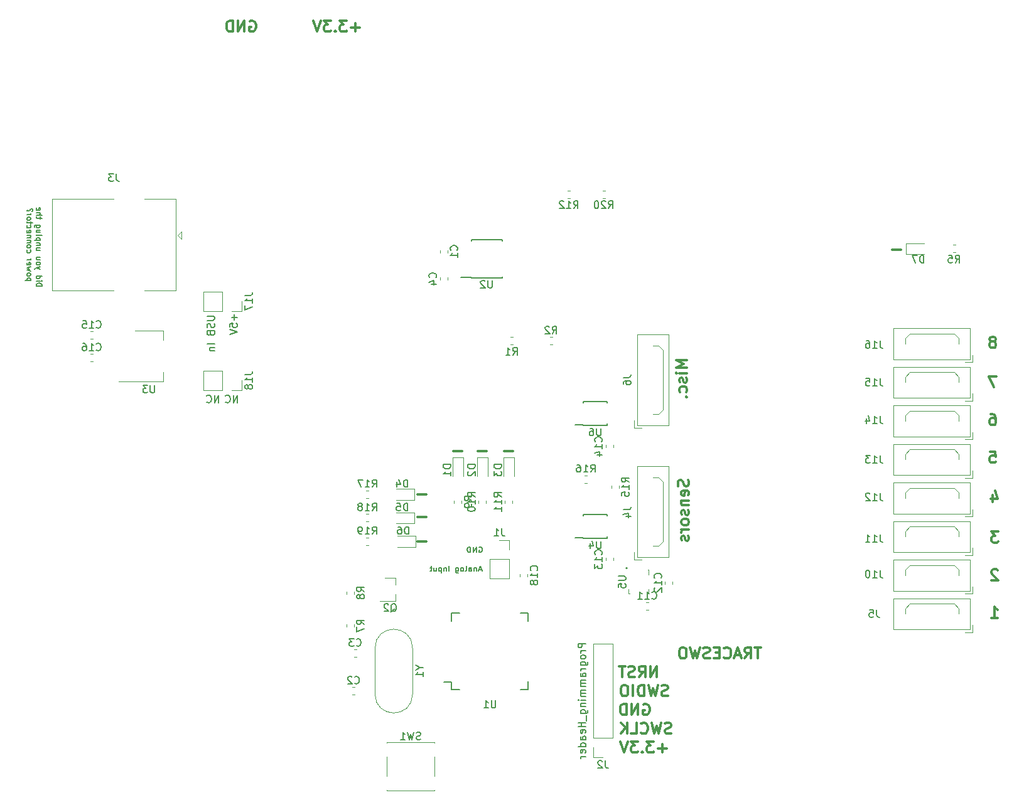
<source format=gbo>
G04 #@! TF.GenerationSoftware,KiCad,Pcbnew,(5.0.0)*
G04 #@! TF.CreationDate,2019-02-05T19:54:50-05:00*
G04 #@! TF.ProjectId,control board,636F6E74726F6C20626F6172642E6B69,rev?*
G04 #@! TF.SameCoordinates,Original*
G04 #@! TF.FileFunction,Legend,Bot*
G04 #@! TF.FilePolarity,Positive*
%FSLAX46Y46*%
G04 Gerber Fmt 4.6, Leading zero omitted, Abs format (unit mm)*
G04 Created by KiCad (PCBNEW (5.0.0)) date 02/05/19 19:54:50*
%MOMM*%
%LPD*%
G01*
G04 APERTURE LIST*
%ADD10C,0.300000*%
%ADD11C,0.150000*%
%ADD12C,0.187500*%
%ADD13C,0.120000*%
G04 APERTURE END LIST*
D10*
X153733428Y-78593142D02*
X152590571Y-78593142D01*
D11*
X37128214Y-83567285D02*
X37878214Y-83567285D01*
X37878214Y-83388714D01*
X37842500Y-83281571D01*
X37771071Y-83210142D01*
X37699642Y-83174428D01*
X37556785Y-83138714D01*
X37449642Y-83138714D01*
X37306785Y-83174428D01*
X37235357Y-83210142D01*
X37163928Y-83281571D01*
X37128214Y-83388714D01*
X37128214Y-83567285D01*
X37128214Y-82817285D02*
X37628214Y-82817285D01*
X37878214Y-82817285D02*
X37842500Y-82853000D01*
X37806785Y-82817285D01*
X37842500Y-82781571D01*
X37878214Y-82817285D01*
X37806785Y-82817285D01*
X37128214Y-82138714D02*
X37878214Y-82138714D01*
X37163928Y-82138714D02*
X37128214Y-82210142D01*
X37128214Y-82353000D01*
X37163928Y-82424428D01*
X37199642Y-82460142D01*
X37271071Y-82495857D01*
X37485357Y-82495857D01*
X37556785Y-82460142D01*
X37592500Y-82424428D01*
X37628214Y-82353000D01*
X37628214Y-82210142D01*
X37592500Y-82138714D01*
X37628214Y-81281571D02*
X37128214Y-81103000D01*
X37628214Y-80924428D02*
X37128214Y-81103000D01*
X36949642Y-81174428D01*
X36913928Y-81210142D01*
X36878214Y-81281571D01*
X37128214Y-80531571D02*
X37163928Y-80603000D01*
X37199642Y-80638714D01*
X37271071Y-80674428D01*
X37485357Y-80674428D01*
X37556785Y-80638714D01*
X37592500Y-80603000D01*
X37628214Y-80531571D01*
X37628214Y-80424428D01*
X37592500Y-80353000D01*
X37556785Y-80317285D01*
X37485357Y-80281571D01*
X37271071Y-80281571D01*
X37199642Y-80317285D01*
X37163928Y-80353000D01*
X37128214Y-80424428D01*
X37128214Y-80531571D01*
X37628214Y-79638714D02*
X37128214Y-79638714D01*
X37628214Y-79960142D02*
X37235357Y-79960142D01*
X37163928Y-79924428D01*
X37128214Y-79853000D01*
X37128214Y-79745857D01*
X37163928Y-79674428D01*
X37199642Y-79638714D01*
X37628214Y-78388714D02*
X37128214Y-78388714D01*
X37628214Y-78710142D02*
X37235357Y-78710142D01*
X37163928Y-78674428D01*
X37128214Y-78603000D01*
X37128214Y-78495857D01*
X37163928Y-78424428D01*
X37199642Y-78388714D01*
X37628214Y-78031571D02*
X37128214Y-78031571D01*
X37556785Y-78031571D02*
X37592500Y-77995857D01*
X37628214Y-77924428D01*
X37628214Y-77817285D01*
X37592500Y-77745857D01*
X37521071Y-77710142D01*
X37128214Y-77710142D01*
X37628214Y-77353000D02*
X36878214Y-77353000D01*
X37592500Y-77353000D02*
X37628214Y-77281571D01*
X37628214Y-77138714D01*
X37592500Y-77067285D01*
X37556785Y-77031571D01*
X37485357Y-76995857D01*
X37271071Y-76995857D01*
X37199642Y-77031571D01*
X37163928Y-77067285D01*
X37128214Y-77138714D01*
X37128214Y-77281571D01*
X37163928Y-77353000D01*
X37128214Y-76567285D02*
X37163928Y-76638714D01*
X37235357Y-76674428D01*
X37878214Y-76674428D01*
X37628214Y-75960142D02*
X37128214Y-75960142D01*
X37628214Y-76281571D02*
X37235357Y-76281571D01*
X37163928Y-76245857D01*
X37128214Y-76174428D01*
X37128214Y-76067285D01*
X37163928Y-75995857D01*
X37199642Y-75960142D01*
X37628214Y-75281571D02*
X37021071Y-75281571D01*
X36949642Y-75317285D01*
X36913928Y-75353000D01*
X36878214Y-75424428D01*
X36878214Y-75531571D01*
X36913928Y-75603000D01*
X37163928Y-75281571D02*
X37128214Y-75353000D01*
X37128214Y-75495857D01*
X37163928Y-75567285D01*
X37199642Y-75603000D01*
X37271071Y-75638714D01*
X37485357Y-75638714D01*
X37556785Y-75603000D01*
X37592500Y-75567285D01*
X37628214Y-75495857D01*
X37628214Y-75353000D01*
X37592500Y-75281571D01*
X37628214Y-74460142D02*
X37628214Y-74174428D01*
X37878214Y-74353000D02*
X37235357Y-74353000D01*
X37163928Y-74317285D01*
X37128214Y-74245857D01*
X37128214Y-74174428D01*
X37128214Y-73924428D02*
X37878214Y-73924428D01*
X37128214Y-73603000D02*
X37521071Y-73603000D01*
X37592500Y-73638714D01*
X37628214Y-73710142D01*
X37628214Y-73817285D01*
X37592500Y-73888714D01*
X37556785Y-73924428D01*
X37163928Y-72960142D02*
X37128214Y-73031571D01*
X37128214Y-73174428D01*
X37163928Y-73245857D01*
X37235357Y-73281571D01*
X37521071Y-73281571D01*
X37592500Y-73245857D01*
X37628214Y-73174428D01*
X37628214Y-73031571D01*
X37592500Y-72960142D01*
X37521071Y-72924428D01*
X37449642Y-72924428D01*
X37378214Y-73281571D01*
X36353214Y-82799428D02*
X35603214Y-82799428D01*
X36317500Y-82799428D02*
X36353214Y-82728000D01*
X36353214Y-82585142D01*
X36317500Y-82513714D01*
X36281785Y-82478000D01*
X36210357Y-82442285D01*
X35996071Y-82442285D01*
X35924642Y-82478000D01*
X35888928Y-82513714D01*
X35853214Y-82585142D01*
X35853214Y-82728000D01*
X35888928Y-82799428D01*
X35853214Y-82013714D02*
X35888928Y-82085142D01*
X35924642Y-82120857D01*
X35996071Y-82156571D01*
X36210357Y-82156571D01*
X36281785Y-82120857D01*
X36317500Y-82085142D01*
X36353214Y-82013714D01*
X36353214Y-81906571D01*
X36317500Y-81835142D01*
X36281785Y-81799428D01*
X36210357Y-81763714D01*
X35996071Y-81763714D01*
X35924642Y-81799428D01*
X35888928Y-81835142D01*
X35853214Y-81906571D01*
X35853214Y-82013714D01*
X36353214Y-81513714D02*
X35853214Y-81370857D01*
X36210357Y-81228000D01*
X35853214Y-81085142D01*
X36353214Y-80942285D01*
X35888928Y-80370857D02*
X35853214Y-80442285D01*
X35853214Y-80585142D01*
X35888928Y-80656571D01*
X35960357Y-80692285D01*
X36246071Y-80692285D01*
X36317500Y-80656571D01*
X36353214Y-80585142D01*
X36353214Y-80442285D01*
X36317500Y-80370857D01*
X36246071Y-80335142D01*
X36174642Y-80335142D01*
X36103214Y-80692285D01*
X35853214Y-80013714D02*
X36353214Y-80013714D01*
X36210357Y-80013714D02*
X36281785Y-79978000D01*
X36317500Y-79942285D01*
X36353214Y-79870857D01*
X36353214Y-79799428D01*
X35888928Y-78656571D02*
X35853214Y-78728000D01*
X35853214Y-78870857D01*
X35888928Y-78942285D01*
X35924642Y-78978000D01*
X35996071Y-79013714D01*
X36210357Y-79013714D01*
X36281785Y-78978000D01*
X36317500Y-78942285D01*
X36353214Y-78870857D01*
X36353214Y-78728000D01*
X36317500Y-78656571D01*
X35853214Y-78228000D02*
X35888928Y-78299428D01*
X35924642Y-78335142D01*
X35996071Y-78370857D01*
X36210357Y-78370857D01*
X36281785Y-78335142D01*
X36317500Y-78299428D01*
X36353214Y-78228000D01*
X36353214Y-78120857D01*
X36317500Y-78049428D01*
X36281785Y-78013714D01*
X36210357Y-77978000D01*
X35996071Y-77978000D01*
X35924642Y-78013714D01*
X35888928Y-78049428D01*
X35853214Y-78120857D01*
X35853214Y-78228000D01*
X36353214Y-77656571D02*
X35853214Y-77656571D01*
X36281785Y-77656571D02*
X36317500Y-77620857D01*
X36353214Y-77549428D01*
X36353214Y-77442285D01*
X36317500Y-77370857D01*
X36246071Y-77335142D01*
X35853214Y-77335142D01*
X36353214Y-76978000D02*
X35853214Y-76978000D01*
X36281785Y-76978000D02*
X36317500Y-76942285D01*
X36353214Y-76870857D01*
X36353214Y-76763714D01*
X36317500Y-76692285D01*
X36246071Y-76656571D01*
X35853214Y-76656571D01*
X35888928Y-76013714D02*
X35853214Y-76085142D01*
X35853214Y-76228000D01*
X35888928Y-76299428D01*
X35960357Y-76335142D01*
X36246071Y-76335142D01*
X36317500Y-76299428D01*
X36353214Y-76228000D01*
X36353214Y-76085142D01*
X36317500Y-76013714D01*
X36246071Y-75978000D01*
X36174642Y-75978000D01*
X36103214Y-76335142D01*
X35888928Y-75335142D02*
X35853214Y-75406571D01*
X35853214Y-75549428D01*
X35888928Y-75620857D01*
X35924642Y-75656571D01*
X35996071Y-75692285D01*
X36210357Y-75692285D01*
X36281785Y-75656571D01*
X36317500Y-75620857D01*
X36353214Y-75549428D01*
X36353214Y-75406571D01*
X36317500Y-75335142D01*
X36353214Y-75120857D02*
X36353214Y-74835142D01*
X36603214Y-75013714D02*
X35960357Y-75013714D01*
X35888928Y-74978000D01*
X35853214Y-74906571D01*
X35853214Y-74835142D01*
X35853214Y-74478000D02*
X35888928Y-74549428D01*
X35924642Y-74585142D01*
X35996071Y-74620857D01*
X36210357Y-74620857D01*
X36281785Y-74585142D01*
X36317500Y-74549428D01*
X36353214Y-74478000D01*
X36353214Y-74370857D01*
X36317500Y-74299428D01*
X36281785Y-74263714D01*
X36210357Y-74228000D01*
X35996071Y-74228000D01*
X35924642Y-74263714D01*
X35888928Y-74299428D01*
X35853214Y-74370857D01*
X35853214Y-74478000D01*
X35853214Y-73906571D02*
X36353214Y-73906571D01*
X36210357Y-73906571D02*
X36281785Y-73870857D01*
X36317500Y-73835142D01*
X36353214Y-73763714D01*
X36353214Y-73692285D01*
X35924642Y-73335142D02*
X35888928Y-73299428D01*
X35853214Y-73335142D01*
X35888928Y-73370857D01*
X35924642Y-73335142D01*
X35853214Y-73335142D01*
X36567500Y-73478000D02*
X36603214Y-73406571D01*
X36603214Y-73228000D01*
X36567500Y-73156571D01*
X36496071Y-73120857D01*
X36424642Y-73120857D01*
X36353214Y-73156571D01*
X36317500Y-73192285D01*
X36281785Y-73263714D01*
X36246071Y-73299428D01*
X36174642Y-73335142D01*
X36138928Y-73335142D01*
X60158380Y-87582666D02*
X60967904Y-87582666D01*
X61063142Y-87630285D01*
X61110761Y-87677904D01*
X61158380Y-87773142D01*
X61158380Y-87963619D01*
X61110761Y-88058857D01*
X61063142Y-88106476D01*
X60967904Y-88154095D01*
X60158380Y-88154095D01*
X61110761Y-88582666D02*
X61158380Y-88725523D01*
X61158380Y-88963619D01*
X61110761Y-89058857D01*
X61063142Y-89106476D01*
X60967904Y-89154095D01*
X60872666Y-89154095D01*
X60777428Y-89106476D01*
X60729809Y-89058857D01*
X60682190Y-88963619D01*
X60634571Y-88773142D01*
X60586952Y-88677904D01*
X60539333Y-88630285D01*
X60444095Y-88582666D01*
X60348857Y-88582666D01*
X60253619Y-88630285D01*
X60206000Y-88677904D01*
X60158380Y-88773142D01*
X60158380Y-89011238D01*
X60206000Y-89154095D01*
X60634571Y-89916000D02*
X60682190Y-90058857D01*
X60729809Y-90106476D01*
X60825047Y-90154095D01*
X60967904Y-90154095D01*
X61063142Y-90106476D01*
X61110761Y-90058857D01*
X61158380Y-89963619D01*
X61158380Y-89582666D01*
X60158380Y-89582666D01*
X60158380Y-89916000D01*
X60206000Y-90011238D01*
X60253619Y-90058857D01*
X60348857Y-90106476D01*
X60444095Y-90106476D01*
X60539333Y-90058857D01*
X60586952Y-90011238D01*
X60634571Y-89916000D01*
X60634571Y-89582666D01*
X61158380Y-91344571D02*
X60158380Y-91344571D01*
X60491714Y-91820761D02*
X61158380Y-91820761D01*
X60586952Y-91820761D02*
X60539333Y-91868380D01*
X60491714Y-91963619D01*
X60491714Y-92106476D01*
X60539333Y-92201714D01*
X60634571Y-92249333D01*
X61158380Y-92249333D01*
X63825428Y-87360285D02*
X63825428Y-88122190D01*
X64206380Y-87741238D02*
X63444476Y-87741238D01*
X63206380Y-89074571D02*
X63206380Y-88598380D01*
X63682571Y-88550761D01*
X63634952Y-88598380D01*
X63587333Y-88693619D01*
X63587333Y-88931714D01*
X63634952Y-89026952D01*
X63682571Y-89074571D01*
X63777809Y-89122190D01*
X64015904Y-89122190D01*
X64111142Y-89074571D01*
X64158761Y-89026952D01*
X64206380Y-88931714D01*
X64206380Y-88693619D01*
X64158761Y-88598380D01*
X64111142Y-88550761D01*
X63206380Y-89407904D02*
X64206380Y-89741238D01*
X63206380Y-90074571D01*
X61745714Y-99258380D02*
X61745714Y-98258380D01*
X61174285Y-99258380D01*
X61174285Y-98258380D01*
X60126666Y-99163142D02*
X60174285Y-99210761D01*
X60317142Y-99258380D01*
X60412380Y-99258380D01*
X60555238Y-99210761D01*
X60650476Y-99115523D01*
X60698095Y-99020285D01*
X60745714Y-98829809D01*
X60745714Y-98686952D01*
X60698095Y-98496476D01*
X60650476Y-98401238D01*
X60555238Y-98306000D01*
X60412380Y-98258380D01*
X60317142Y-98258380D01*
X60174285Y-98306000D01*
X60126666Y-98353619D01*
X64285714Y-99258380D02*
X64285714Y-98258380D01*
X63714285Y-99258380D01*
X63714285Y-98258380D01*
X62666666Y-99163142D02*
X62714285Y-99210761D01*
X62857142Y-99258380D01*
X62952380Y-99258380D01*
X63095238Y-99210761D01*
X63190476Y-99115523D01*
X63238095Y-99020285D01*
X63285714Y-98829809D01*
X63285714Y-98686952D01*
X63238095Y-98496476D01*
X63190476Y-98401238D01*
X63095238Y-98306000D01*
X62952380Y-98258380D01*
X62857142Y-98258380D01*
X62714285Y-98306000D01*
X62666666Y-98353619D01*
D12*
X96837428Y-118751000D02*
X96908857Y-118715285D01*
X97016000Y-118715285D01*
X97123142Y-118751000D01*
X97194571Y-118822428D01*
X97230285Y-118893857D01*
X97266000Y-119036714D01*
X97266000Y-119143857D01*
X97230285Y-119286714D01*
X97194571Y-119358142D01*
X97123142Y-119429571D01*
X97016000Y-119465285D01*
X96944571Y-119465285D01*
X96837428Y-119429571D01*
X96801714Y-119393857D01*
X96801714Y-119143857D01*
X96944571Y-119143857D01*
X96480285Y-119465285D02*
X96480285Y-118715285D01*
X96051714Y-119465285D01*
X96051714Y-118715285D01*
X95694571Y-119465285D02*
X95694571Y-118715285D01*
X95516000Y-118715285D01*
X95408857Y-118751000D01*
X95337428Y-118822428D01*
X95301714Y-118893857D01*
X95266000Y-119036714D01*
X95266000Y-119143857D01*
X95301714Y-119286714D01*
X95337428Y-119358142D01*
X95408857Y-119429571D01*
X95516000Y-119465285D01*
X95694571Y-119465285D01*
X97154571Y-121791000D02*
X96797428Y-121791000D01*
X97226000Y-122005285D02*
X96976000Y-121255285D01*
X96726000Y-122005285D01*
X96476000Y-121505285D02*
X96476000Y-122005285D01*
X96476000Y-121576714D02*
X96440285Y-121541000D01*
X96368857Y-121505285D01*
X96261714Y-121505285D01*
X96190285Y-121541000D01*
X96154571Y-121612428D01*
X96154571Y-122005285D01*
X95476000Y-122005285D02*
X95476000Y-121612428D01*
X95511714Y-121541000D01*
X95583142Y-121505285D01*
X95726000Y-121505285D01*
X95797428Y-121541000D01*
X95476000Y-121969571D02*
X95547428Y-122005285D01*
X95726000Y-122005285D01*
X95797428Y-121969571D01*
X95833142Y-121898142D01*
X95833142Y-121826714D01*
X95797428Y-121755285D01*
X95726000Y-121719571D01*
X95547428Y-121719571D01*
X95476000Y-121683857D01*
X95011714Y-122005285D02*
X95083142Y-121969571D01*
X95118857Y-121898142D01*
X95118857Y-121255285D01*
X94618857Y-122005285D02*
X94690285Y-121969571D01*
X94726000Y-121933857D01*
X94761714Y-121862428D01*
X94761714Y-121648142D01*
X94726000Y-121576714D01*
X94690285Y-121541000D01*
X94618857Y-121505285D01*
X94511714Y-121505285D01*
X94440285Y-121541000D01*
X94404571Y-121576714D01*
X94368857Y-121648142D01*
X94368857Y-121862428D01*
X94404571Y-121933857D01*
X94440285Y-121969571D01*
X94511714Y-122005285D01*
X94618857Y-122005285D01*
X93726000Y-121505285D02*
X93726000Y-122112428D01*
X93761714Y-122183857D01*
X93797428Y-122219571D01*
X93868857Y-122255285D01*
X93976000Y-122255285D01*
X94047428Y-122219571D01*
X93726000Y-121969571D02*
X93797428Y-122005285D01*
X93940285Y-122005285D01*
X94011714Y-121969571D01*
X94047428Y-121933857D01*
X94083142Y-121862428D01*
X94083142Y-121648142D01*
X94047428Y-121576714D01*
X94011714Y-121541000D01*
X93940285Y-121505285D01*
X93797428Y-121505285D01*
X93726000Y-121541000D01*
X92797428Y-122005285D02*
X92797428Y-121255285D01*
X92440285Y-121505285D02*
X92440285Y-122005285D01*
X92440285Y-121576714D02*
X92404571Y-121541000D01*
X92333142Y-121505285D01*
X92226000Y-121505285D01*
X92154571Y-121541000D01*
X92118857Y-121612428D01*
X92118857Y-122005285D01*
X91761714Y-121505285D02*
X91761714Y-122255285D01*
X91761714Y-121541000D02*
X91690285Y-121505285D01*
X91547428Y-121505285D01*
X91476000Y-121541000D01*
X91440285Y-121576714D01*
X91404571Y-121648142D01*
X91404571Y-121862428D01*
X91440285Y-121933857D01*
X91476000Y-121969571D01*
X91547428Y-122005285D01*
X91690285Y-122005285D01*
X91761714Y-121969571D01*
X90761714Y-121505285D02*
X90761714Y-122005285D01*
X91083142Y-121505285D02*
X91083142Y-121898142D01*
X91047428Y-121969571D01*
X90976000Y-122005285D01*
X90868857Y-122005285D01*
X90797428Y-121969571D01*
X90761714Y-121933857D01*
X90511714Y-121505285D02*
X90226000Y-121505285D01*
X90404571Y-121255285D02*
X90404571Y-121898142D01*
X90368857Y-121969571D01*
X90297428Y-122005285D01*
X90226000Y-122005285D01*
D10*
X125067142Y-109684857D02*
X125138571Y-109899142D01*
X125138571Y-110256285D01*
X125067142Y-110399142D01*
X124995714Y-110470571D01*
X124852857Y-110542000D01*
X124710000Y-110542000D01*
X124567142Y-110470571D01*
X124495714Y-110399142D01*
X124424285Y-110256285D01*
X124352857Y-109970571D01*
X124281428Y-109827714D01*
X124210000Y-109756285D01*
X124067142Y-109684857D01*
X123924285Y-109684857D01*
X123781428Y-109756285D01*
X123710000Y-109827714D01*
X123638571Y-109970571D01*
X123638571Y-110327714D01*
X123710000Y-110542000D01*
X125067142Y-111756285D02*
X125138571Y-111613428D01*
X125138571Y-111327714D01*
X125067142Y-111184857D01*
X124924285Y-111113428D01*
X124352857Y-111113428D01*
X124210000Y-111184857D01*
X124138571Y-111327714D01*
X124138571Y-111613428D01*
X124210000Y-111756285D01*
X124352857Y-111827714D01*
X124495714Y-111827714D01*
X124638571Y-111113428D01*
X124138571Y-112470571D02*
X125138571Y-112470571D01*
X124281428Y-112470571D02*
X124210000Y-112542000D01*
X124138571Y-112684857D01*
X124138571Y-112899142D01*
X124210000Y-113042000D01*
X124352857Y-113113428D01*
X125138571Y-113113428D01*
X125067142Y-113756285D02*
X125138571Y-113899142D01*
X125138571Y-114184857D01*
X125067142Y-114327714D01*
X124924285Y-114399142D01*
X124852857Y-114399142D01*
X124710000Y-114327714D01*
X124638571Y-114184857D01*
X124638571Y-113970571D01*
X124567142Y-113827714D01*
X124424285Y-113756285D01*
X124352857Y-113756285D01*
X124210000Y-113827714D01*
X124138571Y-113970571D01*
X124138571Y-114184857D01*
X124210000Y-114327714D01*
X125138571Y-115256285D02*
X125067142Y-115113428D01*
X124995714Y-115042000D01*
X124852857Y-114970571D01*
X124424285Y-114970571D01*
X124281428Y-115042000D01*
X124210000Y-115113428D01*
X124138571Y-115256285D01*
X124138571Y-115470571D01*
X124210000Y-115613428D01*
X124281428Y-115684857D01*
X124424285Y-115756285D01*
X124852857Y-115756285D01*
X124995714Y-115684857D01*
X125067142Y-115613428D01*
X125138571Y-115470571D01*
X125138571Y-115256285D01*
X125138571Y-116399142D02*
X124138571Y-116399142D01*
X124424285Y-116399142D02*
X124281428Y-116470571D01*
X124210000Y-116542000D01*
X124138571Y-116684857D01*
X124138571Y-116827714D01*
X125067142Y-117256285D02*
X125138571Y-117399142D01*
X125138571Y-117684857D01*
X125067142Y-117827714D01*
X124924285Y-117899142D01*
X124852857Y-117899142D01*
X124710000Y-117827714D01*
X124638571Y-117684857D01*
X124638571Y-117470571D01*
X124567142Y-117327714D01*
X124424285Y-117256285D01*
X124352857Y-117256285D01*
X124210000Y-117327714D01*
X124138571Y-117470571D01*
X124138571Y-117684857D01*
X124210000Y-117827714D01*
X124884571Y-93547714D02*
X123384571Y-93547714D01*
X124456000Y-94047714D01*
X123384571Y-94547714D01*
X124884571Y-94547714D01*
X124884571Y-95262000D02*
X123884571Y-95262000D01*
X123384571Y-95262000D02*
X123456000Y-95190571D01*
X123527428Y-95262000D01*
X123456000Y-95333428D01*
X123384571Y-95262000D01*
X123527428Y-95262000D01*
X124813142Y-95904857D02*
X124884571Y-96047714D01*
X124884571Y-96333428D01*
X124813142Y-96476285D01*
X124670285Y-96547714D01*
X124598857Y-96547714D01*
X124456000Y-96476285D01*
X124384571Y-96333428D01*
X124384571Y-96119142D01*
X124313142Y-95976285D01*
X124170285Y-95904857D01*
X124098857Y-95904857D01*
X123956000Y-95976285D01*
X123884571Y-96119142D01*
X123884571Y-96333428D01*
X123956000Y-96476285D01*
X124813142Y-97833428D02*
X124884571Y-97690571D01*
X124884571Y-97404857D01*
X124813142Y-97262000D01*
X124741714Y-97190571D01*
X124598857Y-97119142D01*
X124170285Y-97119142D01*
X124027428Y-97190571D01*
X123956000Y-97262000D01*
X123884571Y-97404857D01*
X123884571Y-97690571D01*
X123956000Y-97833428D01*
X124741714Y-98476285D02*
X124813142Y-98547714D01*
X124884571Y-98476285D01*
X124813142Y-98404857D01*
X124741714Y-98476285D01*
X124884571Y-98476285D01*
X134893142Y-132274571D02*
X134036000Y-132274571D01*
X134464571Y-133774571D02*
X134464571Y-132274571D01*
X132678857Y-133774571D02*
X133178857Y-133060285D01*
X133536000Y-133774571D02*
X133536000Y-132274571D01*
X132964571Y-132274571D01*
X132821714Y-132346000D01*
X132750285Y-132417428D01*
X132678857Y-132560285D01*
X132678857Y-132774571D01*
X132750285Y-132917428D01*
X132821714Y-132988857D01*
X132964571Y-133060285D01*
X133536000Y-133060285D01*
X132107428Y-133346000D02*
X131393142Y-133346000D01*
X132250285Y-133774571D02*
X131750285Y-132274571D01*
X131250285Y-133774571D01*
X129893142Y-133631714D02*
X129964571Y-133703142D01*
X130178857Y-133774571D01*
X130321714Y-133774571D01*
X130536000Y-133703142D01*
X130678857Y-133560285D01*
X130750285Y-133417428D01*
X130821714Y-133131714D01*
X130821714Y-132917428D01*
X130750285Y-132631714D01*
X130678857Y-132488857D01*
X130536000Y-132346000D01*
X130321714Y-132274571D01*
X130178857Y-132274571D01*
X129964571Y-132346000D01*
X129893142Y-132417428D01*
X129250285Y-132988857D02*
X128750285Y-132988857D01*
X128536000Y-133774571D02*
X129250285Y-133774571D01*
X129250285Y-132274571D01*
X128536000Y-132274571D01*
X127964571Y-133703142D02*
X127750285Y-133774571D01*
X127393142Y-133774571D01*
X127250285Y-133703142D01*
X127178857Y-133631714D01*
X127107428Y-133488857D01*
X127107428Y-133346000D01*
X127178857Y-133203142D01*
X127250285Y-133131714D01*
X127393142Y-133060285D01*
X127678857Y-132988857D01*
X127821714Y-132917428D01*
X127893142Y-132846000D01*
X127964571Y-132703142D01*
X127964571Y-132560285D01*
X127893142Y-132417428D01*
X127821714Y-132346000D01*
X127678857Y-132274571D01*
X127321714Y-132274571D01*
X127107428Y-132346000D01*
X126607428Y-132274571D02*
X126250285Y-133774571D01*
X125964571Y-132703142D01*
X125678857Y-133774571D01*
X125321714Y-132274571D01*
X124464571Y-132274571D02*
X124178857Y-132274571D01*
X124036000Y-132346000D01*
X123893142Y-132488857D01*
X123821714Y-132774571D01*
X123821714Y-133274571D01*
X123893142Y-133560285D01*
X124036000Y-133703142D01*
X124178857Y-133774571D01*
X124464571Y-133774571D01*
X124607428Y-133703142D01*
X124750285Y-133560285D01*
X124821714Y-133274571D01*
X124821714Y-132774571D01*
X124750285Y-132488857D01*
X124607428Y-132346000D01*
X124464571Y-132274571D01*
X120828285Y-136314571D02*
X120828285Y-134814571D01*
X119971142Y-136314571D01*
X119971142Y-134814571D01*
X118399714Y-136314571D02*
X118899714Y-135600285D01*
X119256857Y-136314571D02*
X119256857Y-134814571D01*
X118685428Y-134814571D01*
X118542571Y-134886000D01*
X118471142Y-134957428D01*
X118399714Y-135100285D01*
X118399714Y-135314571D01*
X118471142Y-135457428D01*
X118542571Y-135528857D01*
X118685428Y-135600285D01*
X119256857Y-135600285D01*
X117828285Y-136243142D02*
X117614000Y-136314571D01*
X117256857Y-136314571D01*
X117114000Y-136243142D01*
X117042571Y-136171714D01*
X116971142Y-136028857D01*
X116971142Y-135886000D01*
X117042571Y-135743142D01*
X117114000Y-135671714D01*
X117256857Y-135600285D01*
X117542571Y-135528857D01*
X117685428Y-135457428D01*
X117756857Y-135386000D01*
X117828285Y-135243142D01*
X117828285Y-135100285D01*
X117756857Y-134957428D01*
X117685428Y-134886000D01*
X117542571Y-134814571D01*
X117185428Y-134814571D01*
X116971142Y-134886000D01*
X116542571Y-134814571D02*
X115685428Y-134814571D01*
X116114000Y-136314571D02*
X116114000Y-134814571D01*
X122304571Y-138783142D02*
X122090285Y-138854571D01*
X121733142Y-138854571D01*
X121590285Y-138783142D01*
X121518857Y-138711714D01*
X121447428Y-138568857D01*
X121447428Y-138426000D01*
X121518857Y-138283142D01*
X121590285Y-138211714D01*
X121733142Y-138140285D01*
X122018857Y-138068857D01*
X122161714Y-137997428D01*
X122233142Y-137926000D01*
X122304571Y-137783142D01*
X122304571Y-137640285D01*
X122233142Y-137497428D01*
X122161714Y-137426000D01*
X122018857Y-137354571D01*
X121661714Y-137354571D01*
X121447428Y-137426000D01*
X120947428Y-137354571D02*
X120590285Y-138854571D01*
X120304571Y-137783142D01*
X120018857Y-138854571D01*
X119661714Y-137354571D01*
X119090285Y-138854571D02*
X119090285Y-137354571D01*
X118733142Y-137354571D01*
X118518857Y-137426000D01*
X118376000Y-137568857D01*
X118304571Y-137711714D01*
X118233142Y-137997428D01*
X118233142Y-138211714D01*
X118304571Y-138497428D01*
X118376000Y-138640285D01*
X118518857Y-138783142D01*
X118733142Y-138854571D01*
X119090285Y-138854571D01*
X117590285Y-138854571D02*
X117590285Y-137354571D01*
X116590285Y-137354571D02*
X116304571Y-137354571D01*
X116161714Y-137426000D01*
X116018857Y-137568857D01*
X115947428Y-137854571D01*
X115947428Y-138354571D01*
X116018857Y-138640285D01*
X116161714Y-138783142D01*
X116304571Y-138854571D01*
X116590285Y-138854571D01*
X116733142Y-138783142D01*
X116876000Y-138640285D01*
X116947428Y-138354571D01*
X116947428Y-137854571D01*
X116876000Y-137568857D01*
X116733142Y-137426000D01*
X116590285Y-137354571D01*
X118998857Y-139966000D02*
X119141714Y-139894571D01*
X119356000Y-139894571D01*
X119570285Y-139966000D01*
X119713142Y-140108857D01*
X119784571Y-140251714D01*
X119856000Y-140537428D01*
X119856000Y-140751714D01*
X119784571Y-141037428D01*
X119713142Y-141180285D01*
X119570285Y-141323142D01*
X119356000Y-141394571D01*
X119213142Y-141394571D01*
X118998857Y-141323142D01*
X118927428Y-141251714D01*
X118927428Y-140751714D01*
X119213142Y-140751714D01*
X118284571Y-141394571D02*
X118284571Y-139894571D01*
X117427428Y-141394571D01*
X117427428Y-139894571D01*
X116713142Y-141394571D02*
X116713142Y-139894571D01*
X116356000Y-139894571D01*
X116141714Y-139966000D01*
X115998857Y-140108857D01*
X115927428Y-140251714D01*
X115856000Y-140537428D01*
X115856000Y-140751714D01*
X115927428Y-141037428D01*
X115998857Y-141180285D01*
X116141714Y-141323142D01*
X116356000Y-141394571D01*
X116713142Y-141394571D01*
X122772857Y-143863142D02*
X122558571Y-143934571D01*
X122201428Y-143934571D01*
X122058571Y-143863142D01*
X121987142Y-143791714D01*
X121915714Y-143648857D01*
X121915714Y-143506000D01*
X121987142Y-143363142D01*
X122058571Y-143291714D01*
X122201428Y-143220285D01*
X122487142Y-143148857D01*
X122630000Y-143077428D01*
X122701428Y-143006000D01*
X122772857Y-142863142D01*
X122772857Y-142720285D01*
X122701428Y-142577428D01*
X122630000Y-142506000D01*
X122487142Y-142434571D01*
X122130000Y-142434571D01*
X121915714Y-142506000D01*
X121415714Y-142434571D02*
X121058571Y-143934571D01*
X120772857Y-142863142D01*
X120487142Y-143934571D01*
X120130000Y-142434571D01*
X118701428Y-143791714D02*
X118772857Y-143863142D01*
X118987142Y-143934571D01*
X119130000Y-143934571D01*
X119344285Y-143863142D01*
X119487142Y-143720285D01*
X119558571Y-143577428D01*
X119630000Y-143291714D01*
X119630000Y-143077428D01*
X119558571Y-142791714D01*
X119487142Y-142648857D01*
X119344285Y-142506000D01*
X119130000Y-142434571D01*
X118987142Y-142434571D01*
X118772857Y-142506000D01*
X118701428Y-142577428D01*
X117344285Y-143934571D02*
X118058571Y-143934571D01*
X118058571Y-142434571D01*
X116844285Y-143934571D02*
X116844285Y-142434571D01*
X115987142Y-143934571D02*
X116630000Y-143077428D01*
X115987142Y-142434571D02*
X116844285Y-143291714D01*
X122126000Y-145903142D02*
X120983142Y-145903142D01*
X121554571Y-146474571D02*
X121554571Y-145331714D01*
X120411714Y-144974571D02*
X119483142Y-144974571D01*
X119983142Y-145546000D01*
X119768857Y-145546000D01*
X119626000Y-145617428D01*
X119554571Y-145688857D01*
X119483142Y-145831714D01*
X119483142Y-146188857D01*
X119554571Y-146331714D01*
X119626000Y-146403142D01*
X119768857Y-146474571D01*
X120197428Y-146474571D01*
X120340285Y-146403142D01*
X120411714Y-146331714D01*
X118840285Y-146331714D02*
X118768857Y-146403142D01*
X118840285Y-146474571D01*
X118911714Y-146403142D01*
X118840285Y-146331714D01*
X118840285Y-146474571D01*
X118268857Y-144974571D02*
X117340285Y-144974571D01*
X117840285Y-145546000D01*
X117626000Y-145546000D01*
X117483142Y-145617428D01*
X117411714Y-145688857D01*
X117340285Y-145831714D01*
X117340285Y-146188857D01*
X117411714Y-146331714D01*
X117483142Y-146403142D01*
X117626000Y-146474571D01*
X118054571Y-146474571D01*
X118197428Y-146403142D01*
X118268857Y-146331714D01*
X116911714Y-144974571D02*
X116411714Y-146474571D01*
X115911714Y-144974571D01*
X166258857Y-91007428D02*
X166401714Y-90936000D01*
X166473142Y-90864571D01*
X166544571Y-90721714D01*
X166544571Y-90650285D01*
X166473142Y-90507428D01*
X166401714Y-90436000D01*
X166258857Y-90364571D01*
X165973142Y-90364571D01*
X165830285Y-90436000D01*
X165758857Y-90507428D01*
X165687428Y-90650285D01*
X165687428Y-90721714D01*
X165758857Y-90864571D01*
X165830285Y-90936000D01*
X165973142Y-91007428D01*
X166258857Y-91007428D01*
X166401714Y-91078857D01*
X166473142Y-91150285D01*
X166544571Y-91293142D01*
X166544571Y-91578857D01*
X166473142Y-91721714D01*
X166401714Y-91793142D01*
X166258857Y-91864571D01*
X165973142Y-91864571D01*
X165830285Y-91793142D01*
X165758857Y-91721714D01*
X165687428Y-91578857D01*
X165687428Y-91293142D01*
X165758857Y-91150285D01*
X165830285Y-91078857D01*
X165973142Y-91007428D01*
X166616000Y-95698571D02*
X165616000Y-95698571D01*
X166258857Y-97198571D01*
X165830285Y-100778571D02*
X166116000Y-100778571D01*
X166258857Y-100850000D01*
X166330285Y-100921428D01*
X166473142Y-101135714D01*
X166544571Y-101421428D01*
X166544571Y-101992857D01*
X166473142Y-102135714D01*
X166401714Y-102207142D01*
X166258857Y-102278571D01*
X165973142Y-102278571D01*
X165830285Y-102207142D01*
X165758857Y-102135714D01*
X165687428Y-101992857D01*
X165687428Y-101635714D01*
X165758857Y-101492857D01*
X165830285Y-101421428D01*
X165973142Y-101350000D01*
X166258857Y-101350000D01*
X166401714Y-101421428D01*
X166473142Y-101492857D01*
X166544571Y-101635714D01*
X165758857Y-105858571D02*
X166473142Y-105858571D01*
X166544571Y-106572857D01*
X166473142Y-106501428D01*
X166330285Y-106430000D01*
X165973142Y-106430000D01*
X165830285Y-106501428D01*
X165758857Y-106572857D01*
X165687428Y-106715714D01*
X165687428Y-107072857D01*
X165758857Y-107215714D01*
X165830285Y-107287142D01*
X165973142Y-107358571D01*
X166330285Y-107358571D01*
X166473142Y-107287142D01*
X166544571Y-107215714D01*
X166084285Y-111692571D02*
X166084285Y-112692571D01*
X166441428Y-111121142D02*
X166798571Y-112192571D01*
X165870000Y-112192571D01*
X166870000Y-116653571D02*
X165941428Y-116653571D01*
X166441428Y-117225000D01*
X166227142Y-117225000D01*
X166084285Y-117296428D01*
X166012857Y-117367857D01*
X165941428Y-117510714D01*
X165941428Y-117867857D01*
X166012857Y-118010714D01*
X166084285Y-118082142D01*
X166227142Y-118153571D01*
X166655714Y-118153571D01*
X166798571Y-118082142D01*
X166870000Y-118010714D01*
X166798571Y-121876428D02*
X166727142Y-121805000D01*
X166584285Y-121733571D01*
X166227142Y-121733571D01*
X166084285Y-121805000D01*
X166012857Y-121876428D01*
X165941428Y-122019285D01*
X165941428Y-122162142D01*
X166012857Y-122376428D01*
X166870000Y-123233571D01*
X165941428Y-123233571D01*
X165941428Y-128313571D02*
X166798571Y-128313571D01*
X166370000Y-128313571D02*
X166370000Y-126813571D01*
X166512857Y-127027857D01*
X166655714Y-127170714D01*
X166798571Y-127242142D01*
X101409428Y-105771142D02*
X100266571Y-105771142D01*
X97853428Y-105771142D02*
X96710571Y-105771142D01*
X94551428Y-105771142D02*
X93408571Y-105771142D01*
X89725428Y-111613142D02*
X88582571Y-111613142D01*
X89725428Y-114661142D02*
X88582571Y-114661142D01*
X89725428Y-117963142D02*
X88582571Y-117963142D01*
X80724000Y-48621142D02*
X79581142Y-48621142D01*
X80152571Y-49192571D02*
X80152571Y-48049714D01*
X79009714Y-47692571D02*
X78081142Y-47692571D01*
X78581142Y-48264000D01*
X78366857Y-48264000D01*
X78224000Y-48335428D01*
X78152571Y-48406857D01*
X78081142Y-48549714D01*
X78081142Y-48906857D01*
X78152571Y-49049714D01*
X78224000Y-49121142D01*
X78366857Y-49192571D01*
X78795428Y-49192571D01*
X78938285Y-49121142D01*
X79009714Y-49049714D01*
X77438285Y-49049714D02*
X77366857Y-49121142D01*
X77438285Y-49192571D01*
X77509714Y-49121142D01*
X77438285Y-49049714D01*
X77438285Y-49192571D01*
X76866857Y-47692571D02*
X75938285Y-47692571D01*
X76438285Y-48264000D01*
X76224000Y-48264000D01*
X76081142Y-48335428D01*
X76009714Y-48406857D01*
X75938285Y-48549714D01*
X75938285Y-48906857D01*
X76009714Y-49049714D01*
X76081142Y-49121142D01*
X76224000Y-49192571D01*
X76652571Y-49192571D01*
X76795428Y-49121142D01*
X76866857Y-49049714D01*
X75509714Y-47692571D02*
X75009714Y-49192571D01*
X74509714Y-47692571D01*
X65912857Y-47764000D02*
X66055714Y-47692571D01*
X66270000Y-47692571D01*
X66484285Y-47764000D01*
X66627142Y-47906857D01*
X66698571Y-48049714D01*
X66770000Y-48335428D01*
X66770000Y-48549714D01*
X66698571Y-48835428D01*
X66627142Y-48978285D01*
X66484285Y-49121142D01*
X66270000Y-49192571D01*
X66127142Y-49192571D01*
X65912857Y-49121142D01*
X65841428Y-49049714D01*
X65841428Y-48549714D01*
X66127142Y-48549714D01*
X65198571Y-49192571D02*
X65198571Y-47692571D01*
X64341428Y-49192571D01*
X64341428Y-47692571D01*
X63627142Y-49192571D02*
X63627142Y-47692571D01*
X63270000Y-47692571D01*
X63055714Y-47764000D01*
X62912857Y-47906857D01*
X62841428Y-48049714D01*
X62770000Y-48335428D01*
X62770000Y-48549714D01*
X62841428Y-48835428D01*
X62912857Y-48978285D01*
X63055714Y-49121142D01*
X63270000Y-49192571D01*
X63627142Y-49192571D01*
D13*
G04 #@! TO.C,U5*
X119724000Y-125046000D02*
X119574000Y-125046000D01*
X119724000Y-124396000D02*
X119724000Y-125046000D01*
X119724000Y-121826000D02*
X119574000Y-121826000D01*
X119724000Y-122476000D02*
X119724000Y-121826000D01*
X117004000Y-125046000D02*
X117154000Y-125046000D01*
X117004000Y-124396000D02*
X117004000Y-125046000D01*
D11*
G04 #@! TO.C,U6*
X110897000Y-102211000D02*
X109822000Y-102211000D01*
X110897000Y-99086000D02*
X114147000Y-99086000D01*
X110897000Y-102336000D02*
X114147000Y-102336000D01*
X110897000Y-99086000D02*
X110897000Y-99311000D01*
X114147000Y-99086000D02*
X114147000Y-99311000D01*
X114147000Y-102336000D02*
X114147000Y-102111000D01*
X110897000Y-102336000D02*
X110897000Y-102211000D01*
D13*
G04 #@! TO.C,C13*
X113917000Y-120224733D02*
X113917000Y-120567267D01*
X114937000Y-120224733D02*
X114937000Y-120567267D01*
G04 #@! TO.C,C14*
X114937000Y-104984733D02*
X114937000Y-105327267D01*
X113917000Y-104984733D02*
X113917000Y-105327267D01*
G04 #@! TO.C,J1*
X100898000Y-122996000D02*
X98238000Y-122996000D01*
X100898000Y-120396000D02*
X100898000Y-122996000D01*
X98238000Y-120396000D02*
X98238000Y-122996000D01*
X100898000Y-120396000D02*
X98238000Y-120396000D01*
X100898000Y-119126000D02*
X100898000Y-117796000D01*
X100898000Y-117796000D02*
X99568000Y-117796000D01*
G04 #@! TO.C,J2*
X112208000Y-131766000D02*
X114868000Y-131766000D01*
X112208000Y-144526000D02*
X112208000Y-131766000D01*
X114868000Y-144526000D02*
X114868000Y-131766000D01*
X112208000Y-144526000D02*
X114868000Y-144526000D01*
X112208000Y-145796000D02*
X112208000Y-147126000D01*
X112208000Y-147126000D02*
X113538000Y-147126000D01*
G04 #@! TO.C,Q2*
X85596000Y-122880000D02*
X85596000Y-123810000D01*
X85596000Y-126040000D02*
X85596000Y-125110000D01*
X85596000Y-126040000D02*
X83436000Y-126040000D01*
X85596000Y-122880000D02*
X84136000Y-122880000D01*
D11*
G04 #@! TO.C,U4*
X110897000Y-117576000D02*
X110897000Y-117451000D01*
X114147000Y-117576000D02*
X114147000Y-117351000D01*
X114147000Y-114326000D02*
X114147000Y-114551000D01*
X110897000Y-114326000D02*
X110897000Y-114551000D01*
X110897000Y-117576000D02*
X114147000Y-117576000D01*
X110897000Y-114326000D02*
X114147000Y-114326000D01*
X110897000Y-117451000D02*
X109822000Y-117451000D01*
D13*
G04 #@! TO.C,C2*
X80068267Y-137666000D02*
X79725733Y-137666000D01*
X80068267Y-138686000D02*
X79725733Y-138686000D01*
G04 #@! TO.C,C3*
X80294267Y-133606000D02*
X79951733Y-133606000D01*
X80294267Y-132586000D02*
X79951733Y-132586000D01*
G04 #@! TO.C,R7*
X79991329Y-129537309D02*
X79991329Y-129194775D01*
X78971329Y-129537309D02*
X78971329Y-129194775D01*
G04 #@! TO.C,R8*
X78971329Y-125092309D02*
X78971329Y-124749775D01*
X79991329Y-125092309D02*
X79991329Y-124749775D01*
G04 #@! TO.C,R9*
X93470000Y-112806267D02*
X93470000Y-112463733D01*
X94490000Y-112806267D02*
X94490000Y-112463733D01*
G04 #@! TO.C,R10*
X96772000Y-112463733D02*
X96772000Y-112806267D01*
X97792000Y-112463733D02*
X97792000Y-112806267D01*
G04 #@! TO.C,R11*
X101348000Y-112463733D02*
X101348000Y-112806267D01*
X100328000Y-112463733D02*
X100328000Y-112806267D01*
G04 #@! TO.C,R15*
X114679000Y-110802267D02*
X114679000Y-110459733D01*
X115699000Y-110802267D02*
X115699000Y-110459733D01*
G04 #@! TO.C,R16*
X111423267Y-109091000D02*
X111080733Y-109091000D01*
X111423267Y-110111000D02*
X111080733Y-110111000D01*
G04 #@! TO.C,R17*
X81959267Y-112143000D02*
X81616733Y-112143000D01*
X81959267Y-111123000D02*
X81616733Y-111123000D01*
G04 #@! TO.C,R18*
X81959267Y-114298000D02*
X81616733Y-114298000D01*
X81959267Y-115318000D02*
X81616733Y-115318000D01*
G04 #@! TO.C,R19*
X81959267Y-117473000D02*
X81616733Y-117473000D01*
X81959267Y-118493000D02*
X81616733Y-118493000D01*
G04 #@! TO.C,Y1*
X87869000Y-138607000D02*
X87869000Y-132357000D01*
X82819000Y-138607000D02*
X82819000Y-132357000D01*
X82819000Y-138607000D02*
G75*
G03X87869000Y-138607000I2525000J0D01*
G01*
X82819000Y-132357000D02*
G75*
G02X87869000Y-132357000I2525000J0D01*
G01*
G04 #@! TO.C,D1*
X94715000Y-106685000D02*
X94715000Y-109145000D01*
X93245000Y-106685000D02*
X94715000Y-106685000D01*
X93245000Y-109145000D02*
X93245000Y-106685000D01*
G04 #@! TO.C,D2*
X98017000Y-106685000D02*
X98017000Y-109145000D01*
X96547000Y-106685000D02*
X98017000Y-106685000D01*
X96547000Y-109145000D02*
X96547000Y-106685000D01*
G04 #@! TO.C,D3*
X100103000Y-109145000D02*
X100103000Y-106685000D01*
X100103000Y-106685000D02*
X101573000Y-106685000D01*
X101573000Y-106685000D02*
X101573000Y-109145000D01*
G04 #@! TO.C,D4*
X85673000Y-110898000D02*
X88133000Y-110898000D01*
X88133000Y-110898000D02*
X88133000Y-112368000D01*
X88133000Y-112368000D02*
X85673000Y-112368000D01*
G04 #@! TO.C,D5*
X85673000Y-114073000D02*
X88133000Y-114073000D01*
X88133000Y-114073000D02*
X88133000Y-115543000D01*
X88133000Y-115543000D02*
X85673000Y-115543000D01*
G04 #@! TO.C,D6*
X88288000Y-118718000D02*
X85828000Y-118718000D01*
X88288000Y-117248000D02*
X88288000Y-118718000D01*
X85828000Y-117248000D02*
X88288000Y-117248000D01*
D11*
G04 #@! TO.C,U1*
X93135109Y-137976942D02*
X93135109Y-136976942D01*
X103485109Y-137976942D02*
X103485109Y-136901942D01*
X103485109Y-127626942D02*
X103485109Y-128701942D01*
X93135109Y-127626942D02*
X93135109Y-128701942D01*
X93135109Y-137976942D02*
X94210109Y-137976942D01*
X93135109Y-127626942D02*
X94210109Y-127626942D01*
X103485109Y-127626942D02*
X102410109Y-127626942D01*
X103485109Y-137976942D02*
X102410109Y-137976942D01*
X93135109Y-136976942D02*
X92110109Y-136976942D01*
D13*
G04 #@! TO.C,J4*
X117769000Y-120467000D02*
X117769000Y-119467000D01*
X118769000Y-120467000D02*
X117769000Y-120467000D01*
X121619000Y-109967000D02*
X121619000Y-113967000D01*
X121019000Y-109367000D02*
X121619000Y-109967000D01*
X120269000Y-109367000D02*
X121019000Y-109367000D01*
X121619000Y-117967000D02*
X121619000Y-113967000D01*
X121019000Y-118567000D02*
X121619000Y-117967000D01*
X120269000Y-118567000D02*
X121019000Y-118567000D01*
X122369000Y-107817000D02*
X122369000Y-120117000D01*
X118169000Y-107817000D02*
X122369000Y-107817000D01*
X118169000Y-120117000D02*
X118169000Y-107817000D01*
X122369000Y-120117000D02*
X118169000Y-120117000D01*
G04 #@! TO.C,J6*
X122369000Y-102337000D02*
X118169000Y-102337000D01*
X118169000Y-102337000D02*
X118169000Y-90037000D01*
X118169000Y-90037000D02*
X122369000Y-90037000D01*
X122369000Y-90037000D02*
X122369000Y-102337000D01*
X120269000Y-100787000D02*
X121019000Y-100787000D01*
X121019000Y-100787000D02*
X121619000Y-100187000D01*
X121619000Y-100187000D02*
X121619000Y-96187000D01*
X120269000Y-91587000D02*
X121019000Y-91587000D01*
X121019000Y-91587000D02*
X121619000Y-92187000D01*
X121619000Y-92187000D02*
X121619000Y-96187000D01*
X118769000Y-102687000D02*
X117769000Y-102687000D01*
X117769000Y-102687000D02*
X117769000Y-101687000D01*
G04 #@! TO.C,J5*
X163393000Y-130262000D02*
X162393000Y-130262000D01*
X163393000Y-129262000D02*
X163393000Y-130262000D01*
X154893000Y-126412000D02*
X157893000Y-126412000D01*
X154293000Y-127012000D02*
X154893000Y-126412000D01*
X154293000Y-127762000D02*
X154293000Y-127012000D01*
X160893000Y-126412000D02*
X157893000Y-126412000D01*
X161493000Y-127012000D02*
X160893000Y-126412000D01*
X161493000Y-127762000D02*
X161493000Y-127012000D01*
X152743000Y-125662000D02*
X163043000Y-125662000D01*
X152743000Y-129862000D02*
X152743000Y-125662000D01*
X163043000Y-129862000D02*
X152743000Y-129862000D01*
X163043000Y-125662000D02*
X163043000Y-129862000D01*
G04 #@! TO.C,J10*
X163043000Y-120455000D02*
X163043000Y-124655000D01*
X163043000Y-124655000D02*
X152743000Y-124655000D01*
X152743000Y-124655000D02*
X152743000Y-120455000D01*
X152743000Y-120455000D02*
X163043000Y-120455000D01*
X161493000Y-122555000D02*
X161493000Y-121805000D01*
X161493000Y-121805000D02*
X160893000Y-121205000D01*
X160893000Y-121205000D02*
X157893000Y-121205000D01*
X154293000Y-122555000D02*
X154293000Y-121805000D01*
X154293000Y-121805000D02*
X154893000Y-121205000D01*
X154893000Y-121205000D02*
X157893000Y-121205000D01*
X163393000Y-124055000D02*
X163393000Y-125055000D01*
X163393000Y-125055000D02*
X162393000Y-125055000D01*
G04 #@! TO.C,J11*
X163393000Y-119848000D02*
X162393000Y-119848000D01*
X163393000Y-118848000D02*
X163393000Y-119848000D01*
X154893000Y-115998000D02*
X157893000Y-115998000D01*
X154293000Y-116598000D02*
X154893000Y-115998000D01*
X154293000Y-117348000D02*
X154293000Y-116598000D01*
X160893000Y-115998000D02*
X157893000Y-115998000D01*
X161493000Y-116598000D02*
X160893000Y-115998000D01*
X161493000Y-117348000D02*
X161493000Y-116598000D01*
X152743000Y-115248000D02*
X163043000Y-115248000D01*
X152743000Y-119448000D02*
X152743000Y-115248000D01*
X163043000Y-119448000D02*
X152743000Y-119448000D01*
X163043000Y-115248000D02*
X163043000Y-119448000D01*
G04 #@! TO.C,J12*
X163043000Y-110041000D02*
X163043000Y-114241000D01*
X163043000Y-114241000D02*
X152743000Y-114241000D01*
X152743000Y-114241000D02*
X152743000Y-110041000D01*
X152743000Y-110041000D02*
X163043000Y-110041000D01*
X161493000Y-112141000D02*
X161493000Y-111391000D01*
X161493000Y-111391000D02*
X160893000Y-110791000D01*
X160893000Y-110791000D02*
X157893000Y-110791000D01*
X154293000Y-112141000D02*
X154293000Y-111391000D01*
X154293000Y-111391000D02*
X154893000Y-110791000D01*
X154893000Y-110791000D02*
X157893000Y-110791000D01*
X163393000Y-113641000D02*
X163393000Y-114641000D01*
X163393000Y-114641000D02*
X162393000Y-114641000D01*
G04 #@! TO.C,J13*
X163393000Y-109434000D02*
X162393000Y-109434000D01*
X163393000Y-108434000D02*
X163393000Y-109434000D01*
X154893000Y-105584000D02*
X157893000Y-105584000D01*
X154293000Y-106184000D02*
X154893000Y-105584000D01*
X154293000Y-106934000D02*
X154293000Y-106184000D01*
X160893000Y-105584000D02*
X157893000Y-105584000D01*
X161493000Y-106184000D02*
X160893000Y-105584000D01*
X161493000Y-106934000D02*
X161493000Y-106184000D01*
X152743000Y-104834000D02*
X163043000Y-104834000D01*
X152743000Y-109034000D02*
X152743000Y-104834000D01*
X163043000Y-109034000D02*
X152743000Y-109034000D01*
X163043000Y-104834000D02*
X163043000Y-109034000D01*
G04 #@! TO.C,J14*
X163043000Y-99627000D02*
X163043000Y-103827000D01*
X163043000Y-103827000D02*
X152743000Y-103827000D01*
X152743000Y-103827000D02*
X152743000Y-99627000D01*
X152743000Y-99627000D02*
X163043000Y-99627000D01*
X161493000Y-101727000D02*
X161493000Y-100977000D01*
X161493000Y-100977000D02*
X160893000Y-100377000D01*
X160893000Y-100377000D02*
X157893000Y-100377000D01*
X154293000Y-101727000D02*
X154293000Y-100977000D01*
X154293000Y-100977000D02*
X154893000Y-100377000D01*
X154893000Y-100377000D02*
X157893000Y-100377000D01*
X163393000Y-103227000D02*
X163393000Y-104227000D01*
X163393000Y-104227000D02*
X162393000Y-104227000D01*
G04 #@! TO.C,J15*
X163393000Y-99020000D02*
X162393000Y-99020000D01*
X163393000Y-98020000D02*
X163393000Y-99020000D01*
X154893000Y-95170000D02*
X157893000Y-95170000D01*
X154293000Y-95770000D02*
X154893000Y-95170000D01*
X154293000Y-96520000D02*
X154293000Y-95770000D01*
X160893000Y-95170000D02*
X157893000Y-95170000D01*
X161493000Y-95770000D02*
X160893000Y-95170000D01*
X161493000Y-96520000D02*
X161493000Y-95770000D01*
X152743000Y-94420000D02*
X163043000Y-94420000D01*
X152743000Y-98620000D02*
X152743000Y-94420000D01*
X163043000Y-98620000D02*
X152743000Y-98620000D01*
X163043000Y-94420000D02*
X163043000Y-98620000D01*
G04 #@! TO.C,J16*
X163043000Y-89213000D02*
X163043000Y-93413000D01*
X163043000Y-93413000D02*
X152743000Y-93413000D01*
X152743000Y-93413000D02*
X152743000Y-89213000D01*
X152743000Y-89213000D02*
X163043000Y-89213000D01*
X161493000Y-91313000D02*
X161493000Y-90563000D01*
X161493000Y-90563000D02*
X160893000Y-89963000D01*
X160893000Y-89963000D02*
X157893000Y-89963000D01*
X154293000Y-91313000D02*
X154293000Y-90563000D01*
X154293000Y-90563000D02*
X154893000Y-89963000D01*
X154893000Y-89963000D02*
X157893000Y-89963000D01*
X163393000Y-92813000D02*
X163393000Y-93813000D01*
X163393000Y-93813000D02*
X162393000Y-93813000D01*
G04 #@! TO.C,C11*
X119692267Y-127256000D02*
X119349733Y-127256000D01*
X119692267Y-126236000D02*
X119349733Y-126236000D01*
G04 #@! TO.C,C12*
X121918000Y-123385733D02*
X121918000Y-123728267D01*
X122938000Y-123385733D02*
X122938000Y-123728267D01*
G04 #@! TO.C,U3*
X54234000Y-89554000D02*
X54234000Y-90814000D01*
X54234000Y-96374000D02*
X54234000Y-95114000D01*
X50474000Y-89554000D02*
X54234000Y-89554000D01*
X48224000Y-96374000D02*
X54234000Y-96374000D01*
G04 #@! TO.C,J3*
X51696000Y-71798000D02*
X55956000Y-71798000D01*
X55956000Y-71798000D02*
X55956000Y-84118000D01*
X55956000Y-84118000D02*
X51696000Y-84118000D01*
X47596000Y-71798000D02*
X39236000Y-71798000D01*
X39236000Y-71798000D02*
X39236000Y-84118000D01*
X39236000Y-84118000D02*
X47596000Y-84118000D01*
X56176000Y-76708000D02*
X56676000Y-76208000D01*
X56676000Y-76208000D02*
X56676000Y-77208000D01*
X56676000Y-77208000D02*
X56176000Y-76708000D01*
G04 #@! TO.C,C1*
X91565000Y-79024267D02*
X91565000Y-78681733D01*
X92585000Y-79024267D02*
X92585000Y-78681733D01*
G04 #@! TO.C,C4*
X91565000Y-82378733D02*
X91565000Y-82721267D01*
X92585000Y-82378733D02*
X92585000Y-82721267D01*
G04 #@! TO.C,R1*
X101061733Y-90422000D02*
X101404267Y-90422000D01*
X101061733Y-91442000D02*
X101404267Y-91442000D01*
G04 #@! TO.C,R2*
X106710267Y-90422000D02*
X106367733Y-90422000D01*
X106710267Y-91442000D02*
X106367733Y-91442000D01*
D11*
G04 #@! TO.C,U2*
X95787001Y-82399999D02*
X95787001Y-82349999D01*
X99937001Y-82399999D02*
X99937001Y-82254999D01*
X99937001Y-77249999D02*
X99937001Y-77394999D01*
X95787001Y-77249999D02*
X95787001Y-77394999D01*
X95787001Y-82399999D02*
X99937001Y-82399999D01*
X95787001Y-77249999D02*
X99937001Y-77249999D01*
X95787001Y-82349999D02*
X94387001Y-82349999D01*
D13*
G04 #@! TO.C,C15*
X44762267Y-90680000D02*
X44419733Y-90680000D01*
X44762267Y-89660000D02*
X44419733Y-89660000D01*
G04 #@! TO.C,C16*
X44762267Y-92708000D02*
X44419733Y-92708000D01*
X44762267Y-93728000D02*
X44419733Y-93728000D01*
G04 #@! TO.C,C18*
X102360000Y-122712267D02*
X102360000Y-122369733D01*
X103380000Y-122712267D02*
X103380000Y-122369733D01*
G04 #@! TO.C,SW1*
X84400000Y-145106000D02*
X84400000Y-145136000D01*
X84400000Y-151566000D02*
X84400000Y-151536000D01*
X90860000Y-151566000D02*
X90860000Y-151536000D01*
X90860000Y-145136000D02*
X90860000Y-145106000D01*
X84400000Y-147036000D02*
X84400000Y-149636000D01*
X90860000Y-145106000D02*
X84400000Y-145106000D01*
X90860000Y-147036000D02*
X90860000Y-149636000D01*
X90860000Y-151566000D02*
X84400000Y-151566000D01*
G04 #@! TO.C,J17*
X64830000Y-86928000D02*
X64830000Y-85598000D01*
X63500000Y-86928000D02*
X64830000Y-86928000D01*
X62230000Y-86928000D02*
X62230000Y-84268000D01*
X62230000Y-84268000D02*
X59630000Y-84268000D01*
X62230000Y-86928000D02*
X59630000Y-86928000D01*
X59630000Y-86928000D02*
X59630000Y-84268000D01*
G04 #@! TO.C,J18*
X59630000Y-97596000D02*
X59630000Y-94936000D01*
X62230000Y-97596000D02*
X59630000Y-97596000D01*
X62230000Y-94936000D02*
X59630000Y-94936000D01*
X62230000Y-97596000D02*
X62230000Y-94936000D01*
X63500000Y-97596000D02*
X64830000Y-97596000D01*
X64830000Y-97596000D02*
X64830000Y-96266000D01*
G04 #@! TO.C,D7*
X154409000Y-77751000D02*
X156869000Y-77751000D01*
X154409000Y-79221000D02*
X154409000Y-77751000D01*
X156869000Y-79221000D02*
X154409000Y-79221000D01*
G04 #@! TO.C,R5*
X160723733Y-78996000D02*
X161066267Y-78996000D01*
X160723733Y-77976000D02*
X161066267Y-77976000D01*
G04 #@! TO.C,R12*
X108789524Y-70656037D02*
X109132058Y-70656037D01*
X108789524Y-71676037D02*
X109132058Y-71676037D01*
G04 #@! TO.C,R20*
X113479733Y-71669038D02*
X113822267Y-71669038D01*
X113479733Y-70649038D02*
X113822267Y-70649038D01*
G04 #@! TD*
G04 #@! TO.C,U5*
D11*
X115616380Y-122674095D02*
X116425904Y-122674095D01*
X116521142Y-122721714D01*
X116568761Y-122769333D01*
X116616380Y-122864571D01*
X116616380Y-123055047D01*
X116568761Y-123150285D01*
X116521142Y-123197904D01*
X116425904Y-123245523D01*
X115616380Y-123245523D01*
X115616380Y-124197904D02*
X115616380Y-123721714D01*
X116092571Y-123674095D01*
X116044952Y-123721714D01*
X115997333Y-123816952D01*
X115997333Y-124055047D01*
X116044952Y-124150285D01*
X116092571Y-124197904D01*
X116187809Y-124245523D01*
X116425904Y-124245523D01*
X116521142Y-124197904D01*
X116568761Y-124150285D01*
X116616380Y-124055047D01*
X116616380Y-123816952D01*
X116568761Y-123721714D01*
X116521142Y-123674095D01*
X116691142Y-121566000D02*
X116738761Y-121613619D01*
X116786380Y-121566000D01*
X116738761Y-121518380D01*
X116691142Y-121566000D01*
X116786380Y-121566000D01*
G04 #@! TO.C,U6*
X113283904Y-102713380D02*
X113283904Y-103522904D01*
X113236285Y-103618142D01*
X113188666Y-103665761D01*
X113093428Y-103713380D01*
X112902952Y-103713380D01*
X112807714Y-103665761D01*
X112760095Y-103618142D01*
X112712476Y-103522904D01*
X112712476Y-102713380D01*
X111807714Y-102713380D02*
X111998190Y-102713380D01*
X112093428Y-102761000D01*
X112141047Y-102808619D01*
X112236285Y-102951476D01*
X112283904Y-103141952D01*
X112283904Y-103522904D01*
X112236285Y-103618142D01*
X112188666Y-103665761D01*
X112093428Y-103713380D01*
X111902952Y-103713380D01*
X111807714Y-103665761D01*
X111760095Y-103618142D01*
X111712476Y-103522904D01*
X111712476Y-103284809D01*
X111760095Y-103189571D01*
X111807714Y-103141952D01*
X111902952Y-103094333D01*
X112093428Y-103094333D01*
X112188666Y-103141952D01*
X112236285Y-103189571D01*
X112283904Y-103284809D01*
G04 #@! TO.C,C13*
X113354142Y-119753142D02*
X113401761Y-119705523D01*
X113449380Y-119562666D01*
X113449380Y-119467428D01*
X113401761Y-119324571D01*
X113306523Y-119229333D01*
X113211285Y-119181714D01*
X113020809Y-119134095D01*
X112877952Y-119134095D01*
X112687476Y-119181714D01*
X112592238Y-119229333D01*
X112497000Y-119324571D01*
X112449380Y-119467428D01*
X112449380Y-119562666D01*
X112497000Y-119705523D01*
X112544619Y-119753142D01*
X113449380Y-120705523D02*
X113449380Y-120134095D01*
X113449380Y-120419809D02*
X112449380Y-120419809D01*
X112592238Y-120324571D01*
X112687476Y-120229333D01*
X112735095Y-120134095D01*
X112449380Y-121038857D02*
X112449380Y-121657904D01*
X112830333Y-121324571D01*
X112830333Y-121467428D01*
X112877952Y-121562666D01*
X112925571Y-121610285D01*
X113020809Y-121657904D01*
X113258904Y-121657904D01*
X113354142Y-121610285D01*
X113401761Y-121562666D01*
X113449380Y-121467428D01*
X113449380Y-121181714D01*
X113401761Y-121086476D01*
X113354142Y-121038857D01*
G04 #@! TO.C,C14*
X113354142Y-104513142D02*
X113401761Y-104465523D01*
X113449380Y-104322666D01*
X113449380Y-104227428D01*
X113401761Y-104084571D01*
X113306523Y-103989333D01*
X113211285Y-103941714D01*
X113020809Y-103894095D01*
X112877952Y-103894095D01*
X112687476Y-103941714D01*
X112592238Y-103989333D01*
X112497000Y-104084571D01*
X112449380Y-104227428D01*
X112449380Y-104322666D01*
X112497000Y-104465523D01*
X112544619Y-104513142D01*
X113449380Y-105465523D02*
X113449380Y-104894095D01*
X113449380Y-105179809D02*
X112449380Y-105179809D01*
X112592238Y-105084571D01*
X112687476Y-104989333D01*
X112735095Y-104894095D01*
X112782714Y-106322666D02*
X113449380Y-106322666D01*
X112401761Y-106084571D02*
X113116047Y-105846476D01*
X113116047Y-106465523D01*
G04 #@! TO.C,J1*
X99901333Y-116248380D02*
X99901333Y-116962666D01*
X99948952Y-117105523D01*
X100044190Y-117200761D01*
X100187047Y-117248380D01*
X100282285Y-117248380D01*
X98901333Y-117248380D02*
X99472761Y-117248380D01*
X99187047Y-117248380D02*
X99187047Y-116248380D01*
X99282285Y-116391238D01*
X99377523Y-116486476D01*
X99472761Y-116534095D01*
G04 #@! TO.C,J2*
X113871333Y-147578380D02*
X113871333Y-148292666D01*
X113918952Y-148435523D01*
X114014190Y-148530761D01*
X114157047Y-148578380D01*
X114252285Y-148578380D01*
X113442761Y-147673619D02*
X113395142Y-147626000D01*
X113299904Y-147578380D01*
X113061809Y-147578380D01*
X112966571Y-147626000D01*
X112918952Y-147673619D01*
X112871333Y-147768857D01*
X112871333Y-147864095D01*
X112918952Y-148006952D01*
X113490380Y-148578380D01*
X112871333Y-148578380D01*
X111196380Y-131755523D02*
X110196380Y-131755523D01*
X110196380Y-132136476D01*
X110244000Y-132231714D01*
X110291619Y-132279333D01*
X110386857Y-132326952D01*
X110529714Y-132326952D01*
X110624952Y-132279333D01*
X110672571Y-132231714D01*
X110720190Y-132136476D01*
X110720190Y-131755523D01*
X111196380Y-132755523D02*
X110529714Y-132755523D01*
X110720190Y-132755523D02*
X110624952Y-132803142D01*
X110577333Y-132850761D01*
X110529714Y-132946000D01*
X110529714Y-133041238D01*
X111196380Y-133517428D02*
X111148761Y-133422190D01*
X111101142Y-133374571D01*
X111005904Y-133326952D01*
X110720190Y-133326952D01*
X110624952Y-133374571D01*
X110577333Y-133422190D01*
X110529714Y-133517428D01*
X110529714Y-133660285D01*
X110577333Y-133755523D01*
X110624952Y-133803142D01*
X110720190Y-133850761D01*
X111005904Y-133850761D01*
X111101142Y-133803142D01*
X111148761Y-133755523D01*
X111196380Y-133660285D01*
X111196380Y-133517428D01*
X110529714Y-134707904D02*
X111339238Y-134707904D01*
X111434476Y-134660285D01*
X111482095Y-134612666D01*
X111529714Y-134517428D01*
X111529714Y-134374571D01*
X111482095Y-134279333D01*
X111148761Y-134707904D02*
X111196380Y-134612666D01*
X111196380Y-134422190D01*
X111148761Y-134326952D01*
X111101142Y-134279333D01*
X111005904Y-134231714D01*
X110720190Y-134231714D01*
X110624952Y-134279333D01*
X110577333Y-134326952D01*
X110529714Y-134422190D01*
X110529714Y-134612666D01*
X110577333Y-134707904D01*
X111196380Y-135184095D02*
X110529714Y-135184095D01*
X110720190Y-135184095D02*
X110624952Y-135231714D01*
X110577333Y-135279333D01*
X110529714Y-135374571D01*
X110529714Y-135469809D01*
X111196380Y-136231714D02*
X110672571Y-136231714D01*
X110577333Y-136184095D01*
X110529714Y-136088857D01*
X110529714Y-135898380D01*
X110577333Y-135803142D01*
X111148761Y-136231714D02*
X111196380Y-136136476D01*
X111196380Y-135898380D01*
X111148761Y-135803142D01*
X111053523Y-135755523D01*
X110958285Y-135755523D01*
X110863047Y-135803142D01*
X110815428Y-135898380D01*
X110815428Y-136136476D01*
X110767809Y-136231714D01*
X111196380Y-136707904D02*
X110529714Y-136707904D01*
X110624952Y-136707904D02*
X110577333Y-136755523D01*
X110529714Y-136850761D01*
X110529714Y-136993619D01*
X110577333Y-137088857D01*
X110672571Y-137136476D01*
X111196380Y-137136476D01*
X110672571Y-137136476D02*
X110577333Y-137184095D01*
X110529714Y-137279333D01*
X110529714Y-137422190D01*
X110577333Y-137517428D01*
X110672571Y-137565047D01*
X111196380Y-137565047D01*
X111196380Y-138041238D02*
X110529714Y-138041238D01*
X110624952Y-138041238D02*
X110577333Y-138088857D01*
X110529714Y-138184095D01*
X110529714Y-138326952D01*
X110577333Y-138422190D01*
X110672571Y-138469809D01*
X111196380Y-138469809D01*
X110672571Y-138469809D02*
X110577333Y-138517428D01*
X110529714Y-138612666D01*
X110529714Y-138755523D01*
X110577333Y-138850761D01*
X110672571Y-138898380D01*
X111196380Y-138898380D01*
X111196380Y-139374571D02*
X110529714Y-139374571D01*
X110196380Y-139374571D02*
X110244000Y-139326952D01*
X110291619Y-139374571D01*
X110244000Y-139422190D01*
X110196380Y-139374571D01*
X110291619Y-139374571D01*
X110529714Y-139850761D02*
X111196380Y-139850761D01*
X110624952Y-139850761D02*
X110577333Y-139898380D01*
X110529714Y-139993619D01*
X110529714Y-140136476D01*
X110577333Y-140231714D01*
X110672571Y-140279333D01*
X111196380Y-140279333D01*
X110529714Y-141184095D02*
X111339238Y-141184095D01*
X111434476Y-141136476D01*
X111482095Y-141088857D01*
X111529714Y-140993619D01*
X111529714Y-140850761D01*
X111482095Y-140755523D01*
X111148761Y-141184095D02*
X111196380Y-141088857D01*
X111196380Y-140898380D01*
X111148761Y-140803142D01*
X111101142Y-140755523D01*
X111005904Y-140707904D01*
X110720190Y-140707904D01*
X110624952Y-140755523D01*
X110577333Y-140803142D01*
X110529714Y-140898380D01*
X110529714Y-141088857D01*
X110577333Y-141184095D01*
X111291619Y-141422190D02*
X111291619Y-142184095D01*
X111196380Y-142422190D02*
X110196380Y-142422190D01*
X110672571Y-142422190D02*
X110672571Y-142993619D01*
X111196380Y-142993619D02*
X110196380Y-142993619D01*
X111148761Y-143850761D02*
X111196380Y-143755523D01*
X111196380Y-143565047D01*
X111148761Y-143469809D01*
X111053523Y-143422190D01*
X110672571Y-143422190D01*
X110577333Y-143469809D01*
X110529714Y-143565047D01*
X110529714Y-143755523D01*
X110577333Y-143850761D01*
X110672571Y-143898380D01*
X110767809Y-143898380D01*
X110863047Y-143422190D01*
X111196380Y-144755523D02*
X110672571Y-144755523D01*
X110577333Y-144707904D01*
X110529714Y-144612666D01*
X110529714Y-144422190D01*
X110577333Y-144326952D01*
X111148761Y-144755523D02*
X111196380Y-144660285D01*
X111196380Y-144422190D01*
X111148761Y-144326952D01*
X111053523Y-144279333D01*
X110958285Y-144279333D01*
X110863047Y-144326952D01*
X110815428Y-144422190D01*
X110815428Y-144660285D01*
X110767809Y-144755523D01*
X111196380Y-145660285D02*
X110196380Y-145660285D01*
X111148761Y-145660285D02*
X111196380Y-145565047D01*
X111196380Y-145374571D01*
X111148761Y-145279333D01*
X111101142Y-145231714D01*
X111005904Y-145184095D01*
X110720190Y-145184095D01*
X110624952Y-145231714D01*
X110577333Y-145279333D01*
X110529714Y-145374571D01*
X110529714Y-145565047D01*
X110577333Y-145660285D01*
X111148761Y-146517428D02*
X111196380Y-146422190D01*
X111196380Y-146231714D01*
X111148761Y-146136476D01*
X111053523Y-146088857D01*
X110672571Y-146088857D01*
X110577333Y-146136476D01*
X110529714Y-146231714D01*
X110529714Y-146422190D01*
X110577333Y-146517428D01*
X110672571Y-146565047D01*
X110767809Y-146565047D01*
X110863047Y-146088857D01*
X111196380Y-146993619D02*
X110529714Y-146993619D01*
X110720190Y-146993619D02*
X110624952Y-147041238D01*
X110577333Y-147088857D01*
X110529714Y-147184095D01*
X110529714Y-147279333D01*
G04 #@! TO.C,Q2*
X84931238Y-127507619D02*
X85026476Y-127460000D01*
X85121714Y-127364761D01*
X85264571Y-127221904D01*
X85359809Y-127174285D01*
X85455047Y-127174285D01*
X85407428Y-127412380D02*
X85502666Y-127364761D01*
X85597904Y-127269523D01*
X85645523Y-127079047D01*
X85645523Y-126745714D01*
X85597904Y-126555238D01*
X85502666Y-126460000D01*
X85407428Y-126412380D01*
X85216952Y-126412380D01*
X85121714Y-126460000D01*
X85026476Y-126555238D01*
X84978857Y-126745714D01*
X84978857Y-127079047D01*
X85026476Y-127269523D01*
X85121714Y-127364761D01*
X85216952Y-127412380D01*
X85407428Y-127412380D01*
X84597904Y-126507619D02*
X84550285Y-126460000D01*
X84455047Y-126412380D01*
X84216952Y-126412380D01*
X84121714Y-126460000D01*
X84074095Y-126507619D01*
X84026476Y-126602857D01*
X84026476Y-126698095D01*
X84074095Y-126840952D01*
X84645523Y-127412380D01*
X84026476Y-127412380D01*
G04 #@! TO.C,U4*
X113283904Y-117953380D02*
X113283904Y-118762904D01*
X113236285Y-118858142D01*
X113188666Y-118905761D01*
X113093428Y-118953380D01*
X112902952Y-118953380D01*
X112807714Y-118905761D01*
X112760095Y-118858142D01*
X112712476Y-118762904D01*
X112712476Y-117953380D01*
X111807714Y-118286714D02*
X111807714Y-118953380D01*
X112045809Y-117905761D02*
X112283904Y-118620047D01*
X111664857Y-118620047D01*
G04 #@! TO.C,C2*
X80063666Y-137103142D02*
X80111285Y-137150761D01*
X80254142Y-137198380D01*
X80349380Y-137198380D01*
X80492238Y-137150761D01*
X80587476Y-137055523D01*
X80635095Y-136960285D01*
X80682714Y-136769809D01*
X80682714Y-136626952D01*
X80635095Y-136436476D01*
X80587476Y-136341238D01*
X80492238Y-136246000D01*
X80349380Y-136198380D01*
X80254142Y-136198380D01*
X80111285Y-136246000D01*
X80063666Y-136293619D01*
X79682714Y-136293619D02*
X79635095Y-136246000D01*
X79539857Y-136198380D01*
X79301761Y-136198380D01*
X79206523Y-136246000D01*
X79158904Y-136293619D01*
X79111285Y-136388857D01*
X79111285Y-136484095D01*
X79158904Y-136626952D01*
X79730333Y-137198380D01*
X79111285Y-137198380D01*
G04 #@! TO.C,C3*
X80289666Y-132023142D02*
X80337285Y-132070761D01*
X80480142Y-132118380D01*
X80575380Y-132118380D01*
X80718238Y-132070761D01*
X80813476Y-131975523D01*
X80861095Y-131880285D01*
X80908714Y-131689809D01*
X80908714Y-131546952D01*
X80861095Y-131356476D01*
X80813476Y-131261238D01*
X80718238Y-131166000D01*
X80575380Y-131118380D01*
X80480142Y-131118380D01*
X80337285Y-131166000D01*
X80289666Y-131213619D01*
X79956333Y-131118380D02*
X79337285Y-131118380D01*
X79670619Y-131499333D01*
X79527761Y-131499333D01*
X79432523Y-131546952D01*
X79384904Y-131594571D01*
X79337285Y-131689809D01*
X79337285Y-131927904D01*
X79384904Y-132023142D01*
X79432523Y-132070761D01*
X79527761Y-132118380D01*
X79813476Y-132118380D01*
X79908714Y-132070761D01*
X79956333Y-132023142D01*
G04 #@! TO.C,R7*
X81363709Y-129199375D02*
X80887519Y-128866042D01*
X81363709Y-128627946D02*
X80363709Y-128627946D01*
X80363709Y-129008899D01*
X80411329Y-129104137D01*
X80458948Y-129151756D01*
X80554186Y-129199375D01*
X80697043Y-129199375D01*
X80792281Y-129151756D01*
X80839900Y-129104137D01*
X80887519Y-129008899D01*
X80887519Y-128627946D01*
X80363709Y-129532708D02*
X80363709Y-130199375D01*
X81363709Y-129770803D01*
G04 #@! TO.C,R8*
X81363709Y-124754375D02*
X80887519Y-124421042D01*
X81363709Y-124182946D02*
X80363709Y-124182946D01*
X80363709Y-124563899D01*
X80411329Y-124659137D01*
X80458948Y-124706756D01*
X80554186Y-124754375D01*
X80697043Y-124754375D01*
X80792281Y-124706756D01*
X80839900Y-124659137D01*
X80887519Y-124563899D01*
X80887519Y-124182946D01*
X80792281Y-125325803D02*
X80744662Y-125230565D01*
X80697043Y-125182946D01*
X80601805Y-125135327D01*
X80554186Y-125135327D01*
X80458948Y-125182946D01*
X80411329Y-125230565D01*
X80363709Y-125325803D01*
X80363709Y-125516280D01*
X80411329Y-125611518D01*
X80458948Y-125659137D01*
X80554186Y-125706756D01*
X80601805Y-125706756D01*
X80697043Y-125659137D01*
X80744662Y-125611518D01*
X80792281Y-125516280D01*
X80792281Y-125325803D01*
X80839900Y-125230565D01*
X80887519Y-125182946D01*
X80982757Y-125135327D01*
X81173233Y-125135327D01*
X81268471Y-125182946D01*
X81316090Y-125230565D01*
X81363709Y-125325803D01*
X81363709Y-125516280D01*
X81316090Y-125611518D01*
X81268471Y-125659137D01*
X81173233Y-125706756D01*
X80982757Y-125706756D01*
X80887519Y-125659137D01*
X80839900Y-125611518D01*
X80792281Y-125516280D01*
G04 #@! TO.C,R9*
X95862380Y-112468333D02*
X95386190Y-112135000D01*
X95862380Y-111896904D02*
X94862380Y-111896904D01*
X94862380Y-112277857D01*
X94910000Y-112373095D01*
X94957619Y-112420714D01*
X95052857Y-112468333D01*
X95195714Y-112468333D01*
X95290952Y-112420714D01*
X95338571Y-112373095D01*
X95386190Y-112277857D01*
X95386190Y-111896904D01*
X95862380Y-112944523D02*
X95862380Y-113135000D01*
X95814761Y-113230238D01*
X95767142Y-113277857D01*
X95624285Y-113373095D01*
X95433809Y-113420714D01*
X95052857Y-113420714D01*
X94957619Y-113373095D01*
X94910000Y-113325476D01*
X94862380Y-113230238D01*
X94862380Y-113039761D01*
X94910000Y-112944523D01*
X94957619Y-112896904D01*
X95052857Y-112849285D01*
X95290952Y-112849285D01*
X95386190Y-112896904D01*
X95433809Y-112944523D01*
X95481428Y-113039761D01*
X95481428Y-113230238D01*
X95433809Y-113325476D01*
X95386190Y-113373095D01*
X95290952Y-113420714D01*
G04 #@! TO.C,R10*
X96304380Y-111992142D02*
X95828190Y-111658809D01*
X96304380Y-111420714D02*
X95304380Y-111420714D01*
X95304380Y-111801666D01*
X95352000Y-111896904D01*
X95399619Y-111944523D01*
X95494857Y-111992142D01*
X95637714Y-111992142D01*
X95732952Y-111944523D01*
X95780571Y-111896904D01*
X95828190Y-111801666D01*
X95828190Y-111420714D01*
X96304380Y-112944523D02*
X96304380Y-112373095D01*
X96304380Y-112658809D02*
X95304380Y-112658809D01*
X95447238Y-112563571D01*
X95542476Y-112468333D01*
X95590095Y-112373095D01*
X95304380Y-113563571D02*
X95304380Y-113658809D01*
X95352000Y-113754047D01*
X95399619Y-113801666D01*
X95494857Y-113849285D01*
X95685333Y-113896904D01*
X95923428Y-113896904D01*
X96113904Y-113849285D01*
X96209142Y-113801666D01*
X96256761Y-113754047D01*
X96304380Y-113658809D01*
X96304380Y-113563571D01*
X96256761Y-113468333D01*
X96209142Y-113420714D01*
X96113904Y-113373095D01*
X95923428Y-113325476D01*
X95685333Y-113325476D01*
X95494857Y-113373095D01*
X95399619Y-113420714D01*
X95352000Y-113468333D01*
X95304380Y-113563571D01*
G04 #@! TO.C,R11*
X99860380Y-111992142D02*
X99384190Y-111658809D01*
X99860380Y-111420714D02*
X98860380Y-111420714D01*
X98860380Y-111801666D01*
X98908000Y-111896904D01*
X98955619Y-111944523D01*
X99050857Y-111992142D01*
X99193714Y-111992142D01*
X99288952Y-111944523D01*
X99336571Y-111896904D01*
X99384190Y-111801666D01*
X99384190Y-111420714D01*
X99860380Y-112944523D02*
X99860380Y-112373095D01*
X99860380Y-112658809D02*
X98860380Y-112658809D01*
X99003238Y-112563571D01*
X99098476Y-112468333D01*
X99146095Y-112373095D01*
X99860380Y-113896904D02*
X99860380Y-113325476D01*
X99860380Y-113611190D02*
X98860380Y-113611190D01*
X99003238Y-113515952D01*
X99098476Y-113420714D01*
X99146095Y-113325476D01*
G04 #@! TO.C,R15*
X117071380Y-109988142D02*
X116595190Y-109654809D01*
X117071380Y-109416714D02*
X116071380Y-109416714D01*
X116071380Y-109797666D01*
X116119000Y-109892904D01*
X116166619Y-109940523D01*
X116261857Y-109988142D01*
X116404714Y-109988142D01*
X116499952Y-109940523D01*
X116547571Y-109892904D01*
X116595190Y-109797666D01*
X116595190Y-109416714D01*
X117071380Y-110940523D02*
X117071380Y-110369095D01*
X117071380Y-110654809D02*
X116071380Y-110654809D01*
X116214238Y-110559571D01*
X116309476Y-110464333D01*
X116357095Y-110369095D01*
X116071380Y-111845285D02*
X116071380Y-111369095D01*
X116547571Y-111321476D01*
X116499952Y-111369095D01*
X116452333Y-111464333D01*
X116452333Y-111702428D01*
X116499952Y-111797666D01*
X116547571Y-111845285D01*
X116642809Y-111892904D01*
X116880904Y-111892904D01*
X116976142Y-111845285D01*
X117023761Y-111797666D01*
X117071380Y-111702428D01*
X117071380Y-111464333D01*
X117023761Y-111369095D01*
X116976142Y-111321476D01*
G04 #@! TO.C,R16*
X111894857Y-108623380D02*
X112228190Y-108147190D01*
X112466285Y-108623380D02*
X112466285Y-107623380D01*
X112085333Y-107623380D01*
X111990095Y-107671000D01*
X111942476Y-107718619D01*
X111894857Y-107813857D01*
X111894857Y-107956714D01*
X111942476Y-108051952D01*
X111990095Y-108099571D01*
X112085333Y-108147190D01*
X112466285Y-108147190D01*
X110942476Y-108623380D02*
X111513904Y-108623380D01*
X111228190Y-108623380D02*
X111228190Y-107623380D01*
X111323428Y-107766238D01*
X111418666Y-107861476D01*
X111513904Y-107909095D01*
X110085333Y-107623380D02*
X110275809Y-107623380D01*
X110371047Y-107671000D01*
X110418666Y-107718619D01*
X110513904Y-107861476D01*
X110561523Y-108051952D01*
X110561523Y-108432904D01*
X110513904Y-108528142D01*
X110466285Y-108575761D01*
X110371047Y-108623380D01*
X110180571Y-108623380D01*
X110085333Y-108575761D01*
X110037714Y-108528142D01*
X109990095Y-108432904D01*
X109990095Y-108194809D01*
X110037714Y-108099571D01*
X110085333Y-108051952D01*
X110180571Y-108004333D01*
X110371047Y-108004333D01*
X110466285Y-108051952D01*
X110513904Y-108099571D01*
X110561523Y-108194809D01*
G04 #@! TO.C,R17*
X82430857Y-110655380D02*
X82764190Y-110179190D01*
X83002285Y-110655380D02*
X83002285Y-109655380D01*
X82621333Y-109655380D01*
X82526095Y-109703000D01*
X82478476Y-109750619D01*
X82430857Y-109845857D01*
X82430857Y-109988714D01*
X82478476Y-110083952D01*
X82526095Y-110131571D01*
X82621333Y-110179190D01*
X83002285Y-110179190D01*
X81478476Y-110655380D02*
X82049904Y-110655380D01*
X81764190Y-110655380D02*
X81764190Y-109655380D01*
X81859428Y-109798238D01*
X81954666Y-109893476D01*
X82049904Y-109941095D01*
X81145142Y-109655380D02*
X80478476Y-109655380D01*
X80907047Y-110655380D01*
G04 #@! TO.C,R18*
X82430857Y-113830380D02*
X82764190Y-113354190D01*
X83002285Y-113830380D02*
X83002285Y-112830380D01*
X82621333Y-112830380D01*
X82526095Y-112878000D01*
X82478476Y-112925619D01*
X82430857Y-113020857D01*
X82430857Y-113163714D01*
X82478476Y-113258952D01*
X82526095Y-113306571D01*
X82621333Y-113354190D01*
X83002285Y-113354190D01*
X81478476Y-113830380D02*
X82049904Y-113830380D01*
X81764190Y-113830380D02*
X81764190Y-112830380D01*
X81859428Y-112973238D01*
X81954666Y-113068476D01*
X82049904Y-113116095D01*
X80907047Y-113258952D02*
X81002285Y-113211333D01*
X81049904Y-113163714D01*
X81097523Y-113068476D01*
X81097523Y-113020857D01*
X81049904Y-112925619D01*
X81002285Y-112878000D01*
X80907047Y-112830380D01*
X80716571Y-112830380D01*
X80621333Y-112878000D01*
X80573714Y-112925619D01*
X80526095Y-113020857D01*
X80526095Y-113068476D01*
X80573714Y-113163714D01*
X80621333Y-113211333D01*
X80716571Y-113258952D01*
X80907047Y-113258952D01*
X81002285Y-113306571D01*
X81049904Y-113354190D01*
X81097523Y-113449428D01*
X81097523Y-113639904D01*
X81049904Y-113735142D01*
X81002285Y-113782761D01*
X80907047Y-113830380D01*
X80716571Y-113830380D01*
X80621333Y-113782761D01*
X80573714Y-113735142D01*
X80526095Y-113639904D01*
X80526095Y-113449428D01*
X80573714Y-113354190D01*
X80621333Y-113306571D01*
X80716571Y-113258952D01*
G04 #@! TO.C,R19*
X82430857Y-117005380D02*
X82764190Y-116529190D01*
X83002285Y-117005380D02*
X83002285Y-116005380D01*
X82621333Y-116005380D01*
X82526095Y-116053000D01*
X82478476Y-116100619D01*
X82430857Y-116195857D01*
X82430857Y-116338714D01*
X82478476Y-116433952D01*
X82526095Y-116481571D01*
X82621333Y-116529190D01*
X83002285Y-116529190D01*
X81478476Y-117005380D02*
X82049904Y-117005380D01*
X81764190Y-117005380D02*
X81764190Y-116005380D01*
X81859428Y-116148238D01*
X81954666Y-116243476D01*
X82049904Y-116291095D01*
X81002285Y-117005380D02*
X80811809Y-117005380D01*
X80716571Y-116957761D01*
X80668952Y-116910142D01*
X80573714Y-116767285D01*
X80526095Y-116576809D01*
X80526095Y-116195857D01*
X80573714Y-116100619D01*
X80621333Y-116053000D01*
X80716571Y-116005380D01*
X80907047Y-116005380D01*
X81002285Y-116053000D01*
X81049904Y-116100619D01*
X81097523Y-116195857D01*
X81097523Y-116433952D01*
X81049904Y-116529190D01*
X81002285Y-116576809D01*
X80907047Y-116624428D01*
X80716571Y-116624428D01*
X80621333Y-116576809D01*
X80573714Y-116529190D01*
X80526095Y-116433952D01*
G04 #@! TO.C,Y1*
X88845190Y-135005809D02*
X89321380Y-135005809D01*
X88321380Y-134672476D02*
X88845190Y-135005809D01*
X88321380Y-135339142D01*
X89321380Y-136196285D02*
X89321380Y-135624857D01*
X89321380Y-135910571D02*
X88321380Y-135910571D01*
X88464238Y-135815333D01*
X88559476Y-135720095D01*
X88607095Y-135624857D01*
G04 #@! TO.C,D1*
X93002380Y-107606904D02*
X92002380Y-107606904D01*
X92002380Y-107845000D01*
X92050000Y-107987857D01*
X92145238Y-108083095D01*
X92240476Y-108130714D01*
X92430952Y-108178333D01*
X92573809Y-108178333D01*
X92764285Y-108130714D01*
X92859523Y-108083095D01*
X92954761Y-107987857D01*
X93002380Y-107845000D01*
X93002380Y-107606904D01*
X93002380Y-109130714D02*
X93002380Y-108559285D01*
X93002380Y-108845000D02*
X92002380Y-108845000D01*
X92145238Y-108749761D01*
X92240476Y-108654523D01*
X92288095Y-108559285D01*
G04 #@! TO.C,D2*
X96304380Y-107606904D02*
X95304380Y-107606904D01*
X95304380Y-107845000D01*
X95352000Y-107987857D01*
X95447238Y-108083095D01*
X95542476Y-108130714D01*
X95732952Y-108178333D01*
X95875809Y-108178333D01*
X96066285Y-108130714D01*
X96161523Y-108083095D01*
X96256761Y-107987857D01*
X96304380Y-107845000D01*
X96304380Y-107606904D01*
X95399619Y-108559285D02*
X95352000Y-108606904D01*
X95304380Y-108702142D01*
X95304380Y-108940238D01*
X95352000Y-109035476D01*
X95399619Y-109083095D01*
X95494857Y-109130714D01*
X95590095Y-109130714D01*
X95732952Y-109083095D01*
X96304380Y-108511666D01*
X96304380Y-109130714D01*
G04 #@! TO.C,D3*
X99860380Y-107606904D02*
X98860380Y-107606904D01*
X98860380Y-107845000D01*
X98908000Y-107987857D01*
X99003238Y-108083095D01*
X99098476Y-108130714D01*
X99288952Y-108178333D01*
X99431809Y-108178333D01*
X99622285Y-108130714D01*
X99717523Y-108083095D01*
X99812761Y-107987857D01*
X99860380Y-107845000D01*
X99860380Y-107606904D01*
X98860380Y-108511666D02*
X98860380Y-109130714D01*
X99241333Y-108797380D01*
X99241333Y-108940238D01*
X99288952Y-109035476D01*
X99336571Y-109083095D01*
X99431809Y-109130714D01*
X99669904Y-109130714D01*
X99765142Y-109083095D01*
X99812761Y-109035476D01*
X99860380Y-108940238D01*
X99860380Y-108654523D01*
X99812761Y-108559285D01*
X99765142Y-108511666D01*
G04 #@! TO.C,D4*
X87211095Y-110655380D02*
X87211095Y-109655380D01*
X86973000Y-109655380D01*
X86830142Y-109703000D01*
X86734904Y-109798238D01*
X86687285Y-109893476D01*
X86639666Y-110083952D01*
X86639666Y-110226809D01*
X86687285Y-110417285D01*
X86734904Y-110512523D01*
X86830142Y-110607761D01*
X86973000Y-110655380D01*
X87211095Y-110655380D01*
X85782523Y-109988714D02*
X85782523Y-110655380D01*
X86020619Y-109607761D02*
X86258714Y-110322047D01*
X85639666Y-110322047D01*
G04 #@! TO.C,D5*
X87211095Y-113830380D02*
X87211095Y-112830380D01*
X86973000Y-112830380D01*
X86830142Y-112878000D01*
X86734904Y-112973238D01*
X86687285Y-113068476D01*
X86639666Y-113258952D01*
X86639666Y-113401809D01*
X86687285Y-113592285D01*
X86734904Y-113687523D01*
X86830142Y-113782761D01*
X86973000Y-113830380D01*
X87211095Y-113830380D01*
X85734904Y-112830380D02*
X86211095Y-112830380D01*
X86258714Y-113306571D01*
X86211095Y-113258952D01*
X86115857Y-113211333D01*
X85877761Y-113211333D01*
X85782523Y-113258952D01*
X85734904Y-113306571D01*
X85687285Y-113401809D01*
X85687285Y-113639904D01*
X85734904Y-113735142D01*
X85782523Y-113782761D01*
X85877761Y-113830380D01*
X86115857Y-113830380D01*
X86211095Y-113782761D01*
X86258714Y-113735142D01*
G04 #@! TO.C,D6*
X87366095Y-117005380D02*
X87366095Y-116005380D01*
X87128000Y-116005380D01*
X86985142Y-116053000D01*
X86889904Y-116148238D01*
X86842285Y-116243476D01*
X86794666Y-116433952D01*
X86794666Y-116576809D01*
X86842285Y-116767285D01*
X86889904Y-116862523D01*
X86985142Y-116957761D01*
X87128000Y-117005380D01*
X87366095Y-117005380D01*
X85937523Y-116005380D02*
X86128000Y-116005380D01*
X86223238Y-116053000D01*
X86270857Y-116100619D01*
X86366095Y-116243476D01*
X86413714Y-116433952D01*
X86413714Y-116814904D01*
X86366095Y-116910142D01*
X86318476Y-116957761D01*
X86223238Y-117005380D01*
X86032761Y-117005380D01*
X85937523Y-116957761D01*
X85889904Y-116910142D01*
X85842285Y-116814904D01*
X85842285Y-116576809D01*
X85889904Y-116481571D01*
X85937523Y-116433952D01*
X86032761Y-116386333D01*
X86223238Y-116386333D01*
X86318476Y-116433952D01*
X86366095Y-116481571D01*
X86413714Y-116576809D01*
G04 #@! TO.C,U1*
X99072013Y-139454322D02*
X99072013Y-140263846D01*
X99024394Y-140359084D01*
X98976775Y-140406703D01*
X98881537Y-140454322D01*
X98691061Y-140454322D01*
X98595823Y-140406703D01*
X98548204Y-140359084D01*
X98500585Y-140263846D01*
X98500585Y-139454322D01*
X97500585Y-140454322D02*
X98072013Y-140454322D01*
X97786299Y-140454322D02*
X97786299Y-139454322D01*
X97881537Y-139597180D01*
X97976775Y-139692418D01*
X98072013Y-139740037D01*
G04 #@! TO.C,J4*
X116292380Y-113712666D02*
X117006666Y-113712666D01*
X117149523Y-113665047D01*
X117244761Y-113569809D01*
X117292380Y-113426952D01*
X117292380Y-113331714D01*
X116625714Y-114617428D02*
X117292380Y-114617428D01*
X116244761Y-114379333D02*
X116959047Y-114141238D01*
X116959047Y-114760285D01*
G04 #@! TO.C,J6*
X116292380Y-95853666D02*
X117006666Y-95853666D01*
X117149523Y-95806047D01*
X117244761Y-95710809D01*
X117292380Y-95567952D01*
X117292380Y-95472714D01*
X116292380Y-96758428D02*
X116292380Y-96567952D01*
X116340000Y-96472714D01*
X116387619Y-96425095D01*
X116530476Y-96329857D01*
X116720952Y-96282238D01*
X117101904Y-96282238D01*
X117197142Y-96329857D01*
X117244761Y-96377476D01*
X117292380Y-96472714D01*
X117292380Y-96663190D01*
X117244761Y-96758428D01*
X117197142Y-96806047D01*
X117101904Y-96853666D01*
X116863809Y-96853666D01*
X116768571Y-96806047D01*
X116720952Y-96758428D01*
X116673333Y-96663190D01*
X116673333Y-96472714D01*
X116720952Y-96377476D01*
X116768571Y-96329857D01*
X116863809Y-96282238D01*
G04 #@! TO.C,J5*
X150447333Y-127214380D02*
X150447333Y-127928666D01*
X150494952Y-128071523D01*
X150590190Y-128166761D01*
X150733047Y-128214380D01*
X150828285Y-128214380D01*
X149494952Y-127214380D02*
X149971142Y-127214380D01*
X150018761Y-127690571D01*
X149971142Y-127642952D01*
X149875904Y-127595333D01*
X149637809Y-127595333D01*
X149542571Y-127642952D01*
X149494952Y-127690571D01*
X149447333Y-127785809D01*
X149447333Y-128023904D01*
X149494952Y-128119142D01*
X149542571Y-128166761D01*
X149637809Y-128214380D01*
X149875904Y-128214380D01*
X149971142Y-128166761D01*
X150018761Y-128119142D01*
G04 #@! TO.C,J10*
X150923523Y-121880380D02*
X150923523Y-122594666D01*
X150971142Y-122737523D01*
X151066380Y-122832761D01*
X151209238Y-122880380D01*
X151304476Y-122880380D01*
X149923523Y-122880380D02*
X150494952Y-122880380D01*
X150209238Y-122880380D02*
X150209238Y-121880380D01*
X150304476Y-122023238D01*
X150399714Y-122118476D01*
X150494952Y-122166095D01*
X149304476Y-121880380D02*
X149209238Y-121880380D01*
X149114000Y-121928000D01*
X149066380Y-121975619D01*
X149018761Y-122070857D01*
X148971142Y-122261333D01*
X148971142Y-122499428D01*
X149018761Y-122689904D01*
X149066380Y-122785142D01*
X149114000Y-122832761D01*
X149209238Y-122880380D01*
X149304476Y-122880380D01*
X149399714Y-122832761D01*
X149447333Y-122785142D01*
X149494952Y-122689904D01*
X149542571Y-122499428D01*
X149542571Y-122261333D01*
X149494952Y-122070857D01*
X149447333Y-121975619D01*
X149399714Y-121928000D01*
X149304476Y-121880380D01*
G04 #@! TO.C,J11*
X150923523Y-117054380D02*
X150923523Y-117768666D01*
X150971142Y-117911523D01*
X151066380Y-118006761D01*
X151209238Y-118054380D01*
X151304476Y-118054380D01*
X149923523Y-118054380D02*
X150494952Y-118054380D01*
X150209238Y-118054380D02*
X150209238Y-117054380D01*
X150304476Y-117197238D01*
X150399714Y-117292476D01*
X150494952Y-117340095D01*
X148971142Y-118054380D02*
X149542571Y-118054380D01*
X149256857Y-118054380D02*
X149256857Y-117054380D01*
X149352095Y-117197238D01*
X149447333Y-117292476D01*
X149542571Y-117340095D01*
G04 #@! TO.C,J12*
X150923523Y-111466380D02*
X150923523Y-112180666D01*
X150971142Y-112323523D01*
X151066380Y-112418761D01*
X151209238Y-112466380D01*
X151304476Y-112466380D01*
X149923523Y-112466380D02*
X150494952Y-112466380D01*
X150209238Y-112466380D02*
X150209238Y-111466380D01*
X150304476Y-111609238D01*
X150399714Y-111704476D01*
X150494952Y-111752095D01*
X149542571Y-111561619D02*
X149494952Y-111514000D01*
X149399714Y-111466380D01*
X149161619Y-111466380D01*
X149066380Y-111514000D01*
X149018761Y-111561619D01*
X148971142Y-111656857D01*
X148971142Y-111752095D01*
X149018761Y-111894952D01*
X149590190Y-112466380D01*
X148971142Y-112466380D01*
G04 #@! TO.C,J13*
X150923523Y-106386380D02*
X150923523Y-107100666D01*
X150971142Y-107243523D01*
X151066380Y-107338761D01*
X151209238Y-107386380D01*
X151304476Y-107386380D01*
X149923523Y-107386380D02*
X150494952Y-107386380D01*
X150209238Y-107386380D02*
X150209238Y-106386380D01*
X150304476Y-106529238D01*
X150399714Y-106624476D01*
X150494952Y-106672095D01*
X149590190Y-106386380D02*
X148971142Y-106386380D01*
X149304476Y-106767333D01*
X149161619Y-106767333D01*
X149066380Y-106814952D01*
X149018761Y-106862571D01*
X148971142Y-106957809D01*
X148971142Y-107195904D01*
X149018761Y-107291142D01*
X149066380Y-107338761D01*
X149161619Y-107386380D01*
X149447333Y-107386380D01*
X149542571Y-107338761D01*
X149590190Y-107291142D01*
G04 #@! TO.C,J14*
X150923523Y-101052380D02*
X150923523Y-101766666D01*
X150971142Y-101909523D01*
X151066380Y-102004761D01*
X151209238Y-102052380D01*
X151304476Y-102052380D01*
X149923523Y-102052380D02*
X150494952Y-102052380D01*
X150209238Y-102052380D02*
X150209238Y-101052380D01*
X150304476Y-101195238D01*
X150399714Y-101290476D01*
X150494952Y-101338095D01*
X149066380Y-101385714D02*
X149066380Y-102052380D01*
X149304476Y-101004761D02*
X149542571Y-101719047D01*
X148923523Y-101719047D01*
G04 #@! TO.C,J15*
X150923523Y-95972380D02*
X150923523Y-96686666D01*
X150971142Y-96829523D01*
X151066380Y-96924761D01*
X151209238Y-96972380D01*
X151304476Y-96972380D01*
X149923523Y-96972380D02*
X150494952Y-96972380D01*
X150209238Y-96972380D02*
X150209238Y-95972380D01*
X150304476Y-96115238D01*
X150399714Y-96210476D01*
X150494952Y-96258095D01*
X149018761Y-95972380D02*
X149494952Y-95972380D01*
X149542571Y-96448571D01*
X149494952Y-96400952D01*
X149399714Y-96353333D01*
X149161619Y-96353333D01*
X149066380Y-96400952D01*
X149018761Y-96448571D01*
X148971142Y-96543809D01*
X148971142Y-96781904D01*
X149018761Y-96877142D01*
X149066380Y-96924761D01*
X149161619Y-96972380D01*
X149399714Y-96972380D01*
X149494952Y-96924761D01*
X149542571Y-96877142D01*
G04 #@! TO.C,J16*
X150923523Y-90892380D02*
X150923523Y-91606666D01*
X150971142Y-91749523D01*
X151066380Y-91844761D01*
X151209238Y-91892380D01*
X151304476Y-91892380D01*
X149923523Y-91892380D02*
X150494952Y-91892380D01*
X150209238Y-91892380D02*
X150209238Y-90892380D01*
X150304476Y-91035238D01*
X150399714Y-91130476D01*
X150494952Y-91178095D01*
X149066380Y-90892380D02*
X149256857Y-90892380D01*
X149352095Y-90940000D01*
X149399714Y-90987619D01*
X149494952Y-91130476D01*
X149542571Y-91320952D01*
X149542571Y-91701904D01*
X149494952Y-91797142D01*
X149447333Y-91844761D01*
X149352095Y-91892380D01*
X149161619Y-91892380D01*
X149066380Y-91844761D01*
X149018761Y-91797142D01*
X148971142Y-91701904D01*
X148971142Y-91463809D01*
X149018761Y-91368571D01*
X149066380Y-91320952D01*
X149161619Y-91273333D01*
X149352095Y-91273333D01*
X149447333Y-91320952D01*
X149494952Y-91368571D01*
X149542571Y-91463809D01*
G04 #@! TO.C,C11*
X120163857Y-125673142D02*
X120211476Y-125720761D01*
X120354333Y-125768380D01*
X120449571Y-125768380D01*
X120592428Y-125720761D01*
X120687666Y-125625523D01*
X120735285Y-125530285D01*
X120782904Y-125339809D01*
X120782904Y-125196952D01*
X120735285Y-125006476D01*
X120687666Y-124911238D01*
X120592428Y-124816000D01*
X120449571Y-124768380D01*
X120354333Y-124768380D01*
X120211476Y-124816000D01*
X120163857Y-124863619D01*
X119211476Y-125768380D02*
X119782904Y-125768380D01*
X119497190Y-125768380D02*
X119497190Y-124768380D01*
X119592428Y-124911238D01*
X119687666Y-125006476D01*
X119782904Y-125054095D01*
X118259095Y-125768380D02*
X118830523Y-125768380D01*
X118544809Y-125768380D02*
X118544809Y-124768380D01*
X118640047Y-124911238D01*
X118735285Y-125006476D01*
X118830523Y-125054095D01*
G04 #@! TO.C,C12*
X121355142Y-122914142D02*
X121402761Y-122866523D01*
X121450380Y-122723666D01*
X121450380Y-122628428D01*
X121402761Y-122485571D01*
X121307523Y-122390333D01*
X121212285Y-122342714D01*
X121021809Y-122295095D01*
X120878952Y-122295095D01*
X120688476Y-122342714D01*
X120593238Y-122390333D01*
X120498000Y-122485571D01*
X120450380Y-122628428D01*
X120450380Y-122723666D01*
X120498000Y-122866523D01*
X120545619Y-122914142D01*
X121450380Y-123866523D02*
X121450380Y-123295095D01*
X121450380Y-123580809D02*
X120450380Y-123580809D01*
X120593238Y-123485571D01*
X120688476Y-123390333D01*
X120736095Y-123295095D01*
X120545619Y-124247476D02*
X120498000Y-124295095D01*
X120450380Y-124390333D01*
X120450380Y-124628428D01*
X120498000Y-124723666D01*
X120545619Y-124771285D01*
X120640857Y-124818904D01*
X120736095Y-124818904D01*
X120878952Y-124771285D01*
X121450380Y-124199857D01*
X121450380Y-124818904D01*
G04 #@! TO.C,U3*
X53085904Y-96916380D02*
X53085904Y-97725904D01*
X53038285Y-97821142D01*
X52990666Y-97868761D01*
X52895428Y-97916380D01*
X52704952Y-97916380D01*
X52609714Y-97868761D01*
X52562095Y-97821142D01*
X52514476Y-97725904D01*
X52514476Y-96916380D01*
X52133523Y-96916380D02*
X51514476Y-96916380D01*
X51847809Y-97297333D01*
X51704952Y-97297333D01*
X51609714Y-97344952D01*
X51562095Y-97392571D01*
X51514476Y-97487809D01*
X51514476Y-97725904D01*
X51562095Y-97821142D01*
X51609714Y-97868761D01*
X51704952Y-97916380D01*
X51990666Y-97916380D01*
X52085904Y-97868761D01*
X52133523Y-97821142D01*
G04 #@! TO.C,J3*
X47929333Y-68390380D02*
X47929333Y-69104666D01*
X47976952Y-69247523D01*
X48072190Y-69342761D01*
X48215047Y-69390380D01*
X48310285Y-69390380D01*
X47548380Y-68390380D02*
X46929333Y-68390380D01*
X47262666Y-68771333D01*
X47119809Y-68771333D01*
X47024571Y-68818952D01*
X46976952Y-68866571D01*
X46929333Y-68961809D01*
X46929333Y-69199904D01*
X46976952Y-69295142D01*
X47024571Y-69342761D01*
X47119809Y-69390380D01*
X47405523Y-69390380D01*
X47500761Y-69342761D01*
X47548380Y-69295142D01*
G04 #@! TO.C,C1*
X93862142Y-78686333D02*
X93909761Y-78638714D01*
X93957380Y-78495857D01*
X93957380Y-78400619D01*
X93909761Y-78257761D01*
X93814523Y-78162523D01*
X93719285Y-78114904D01*
X93528809Y-78067285D01*
X93385952Y-78067285D01*
X93195476Y-78114904D01*
X93100238Y-78162523D01*
X93005000Y-78257761D01*
X92957380Y-78400619D01*
X92957380Y-78495857D01*
X93005000Y-78638714D01*
X93052619Y-78686333D01*
X93957380Y-79638714D02*
X93957380Y-79067285D01*
X93957380Y-79353000D02*
X92957380Y-79353000D01*
X93100238Y-79257761D01*
X93195476Y-79162523D01*
X93243095Y-79067285D01*
G04 #@! TO.C,C4*
X91002142Y-82383333D02*
X91049761Y-82335714D01*
X91097380Y-82192857D01*
X91097380Y-82097619D01*
X91049761Y-81954761D01*
X90954523Y-81859523D01*
X90859285Y-81811904D01*
X90668809Y-81764285D01*
X90525952Y-81764285D01*
X90335476Y-81811904D01*
X90240238Y-81859523D01*
X90145000Y-81954761D01*
X90097380Y-82097619D01*
X90097380Y-82192857D01*
X90145000Y-82335714D01*
X90192619Y-82383333D01*
X90430714Y-83240476D02*
X91097380Y-83240476D01*
X90049761Y-83002380D02*
X90764047Y-82764285D01*
X90764047Y-83383333D01*
G04 #@! TO.C,R1*
X101399666Y-92814380D02*
X101733000Y-92338190D01*
X101971095Y-92814380D02*
X101971095Y-91814380D01*
X101590142Y-91814380D01*
X101494904Y-91862000D01*
X101447285Y-91909619D01*
X101399666Y-92004857D01*
X101399666Y-92147714D01*
X101447285Y-92242952D01*
X101494904Y-92290571D01*
X101590142Y-92338190D01*
X101971095Y-92338190D01*
X100447285Y-92814380D02*
X101018714Y-92814380D01*
X100733000Y-92814380D02*
X100733000Y-91814380D01*
X100828238Y-91957238D01*
X100923476Y-92052476D01*
X101018714Y-92100095D01*
G04 #@! TO.C,R2*
X106705666Y-89954380D02*
X107039000Y-89478190D01*
X107277095Y-89954380D02*
X107277095Y-88954380D01*
X106896142Y-88954380D01*
X106800904Y-89002000D01*
X106753285Y-89049619D01*
X106705666Y-89144857D01*
X106705666Y-89287714D01*
X106753285Y-89382952D01*
X106800904Y-89430571D01*
X106896142Y-89478190D01*
X107277095Y-89478190D01*
X106324714Y-89049619D02*
X106277095Y-89002000D01*
X106181857Y-88954380D01*
X105943761Y-88954380D01*
X105848523Y-89002000D01*
X105800904Y-89049619D01*
X105753285Y-89144857D01*
X105753285Y-89240095D01*
X105800904Y-89382952D01*
X106372333Y-89954380D01*
X105753285Y-89954380D01*
G04 #@! TO.C,U2*
X98623905Y-82777379D02*
X98623905Y-83586903D01*
X98576286Y-83682141D01*
X98528667Y-83729760D01*
X98433429Y-83777379D01*
X98242953Y-83777379D01*
X98147715Y-83729760D01*
X98100096Y-83682141D01*
X98052477Y-83586903D01*
X98052477Y-82777379D01*
X97623905Y-82872618D02*
X97576286Y-82824999D01*
X97481048Y-82777379D01*
X97242953Y-82777379D01*
X97147715Y-82824999D01*
X97100096Y-82872618D01*
X97052477Y-82967856D01*
X97052477Y-83063094D01*
X97100096Y-83205951D01*
X97671524Y-83777379D01*
X97052477Y-83777379D01*
G04 #@! TO.C,C15*
X45233857Y-89097142D02*
X45281476Y-89144761D01*
X45424333Y-89192380D01*
X45519571Y-89192380D01*
X45662428Y-89144761D01*
X45757666Y-89049523D01*
X45805285Y-88954285D01*
X45852904Y-88763809D01*
X45852904Y-88620952D01*
X45805285Y-88430476D01*
X45757666Y-88335238D01*
X45662428Y-88240000D01*
X45519571Y-88192380D01*
X45424333Y-88192380D01*
X45281476Y-88240000D01*
X45233857Y-88287619D01*
X44281476Y-89192380D02*
X44852904Y-89192380D01*
X44567190Y-89192380D02*
X44567190Y-88192380D01*
X44662428Y-88335238D01*
X44757666Y-88430476D01*
X44852904Y-88478095D01*
X43376714Y-88192380D02*
X43852904Y-88192380D01*
X43900523Y-88668571D01*
X43852904Y-88620952D01*
X43757666Y-88573333D01*
X43519571Y-88573333D01*
X43424333Y-88620952D01*
X43376714Y-88668571D01*
X43329095Y-88763809D01*
X43329095Y-89001904D01*
X43376714Y-89097142D01*
X43424333Y-89144761D01*
X43519571Y-89192380D01*
X43757666Y-89192380D01*
X43852904Y-89144761D01*
X43900523Y-89097142D01*
G04 #@! TO.C,C16*
X45233857Y-92145142D02*
X45281476Y-92192761D01*
X45424333Y-92240380D01*
X45519571Y-92240380D01*
X45662428Y-92192761D01*
X45757666Y-92097523D01*
X45805285Y-92002285D01*
X45852904Y-91811809D01*
X45852904Y-91668952D01*
X45805285Y-91478476D01*
X45757666Y-91383238D01*
X45662428Y-91288000D01*
X45519571Y-91240380D01*
X45424333Y-91240380D01*
X45281476Y-91288000D01*
X45233857Y-91335619D01*
X44281476Y-92240380D02*
X44852904Y-92240380D01*
X44567190Y-92240380D02*
X44567190Y-91240380D01*
X44662428Y-91383238D01*
X44757666Y-91478476D01*
X44852904Y-91526095D01*
X43424333Y-91240380D02*
X43614809Y-91240380D01*
X43710047Y-91288000D01*
X43757666Y-91335619D01*
X43852904Y-91478476D01*
X43900523Y-91668952D01*
X43900523Y-92049904D01*
X43852904Y-92145142D01*
X43805285Y-92192761D01*
X43710047Y-92240380D01*
X43519571Y-92240380D01*
X43424333Y-92192761D01*
X43376714Y-92145142D01*
X43329095Y-92049904D01*
X43329095Y-91811809D01*
X43376714Y-91716571D01*
X43424333Y-91668952D01*
X43519571Y-91621333D01*
X43710047Y-91621333D01*
X43805285Y-91668952D01*
X43852904Y-91716571D01*
X43900523Y-91811809D01*
G04 #@! TO.C,C18*
X104657142Y-121898142D02*
X104704761Y-121850523D01*
X104752380Y-121707666D01*
X104752380Y-121612428D01*
X104704761Y-121469571D01*
X104609523Y-121374333D01*
X104514285Y-121326714D01*
X104323809Y-121279095D01*
X104180952Y-121279095D01*
X103990476Y-121326714D01*
X103895238Y-121374333D01*
X103800000Y-121469571D01*
X103752380Y-121612428D01*
X103752380Y-121707666D01*
X103800000Y-121850523D01*
X103847619Y-121898142D01*
X104752380Y-122850523D02*
X104752380Y-122279095D01*
X104752380Y-122564809D02*
X103752380Y-122564809D01*
X103895238Y-122469571D01*
X103990476Y-122374333D01*
X104038095Y-122279095D01*
X104180952Y-123421952D02*
X104133333Y-123326714D01*
X104085714Y-123279095D01*
X103990476Y-123231476D01*
X103942857Y-123231476D01*
X103847619Y-123279095D01*
X103800000Y-123326714D01*
X103752380Y-123421952D01*
X103752380Y-123612428D01*
X103800000Y-123707666D01*
X103847619Y-123755285D01*
X103942857Y-123802904D01*
X103990476Y-123802904D01*
X104085714Y-123755285D01*
X104133333Y-123707666D01*
X104180952Y-123612428D01*
X104180952Y-123421952D01*
X104228571Y-123326714D01*
X104276190Y-123279095D01*
X104371428Y-123231476D01*
X104561904Y-123231476D01*
X104657142Y-123279095D01*
X104704761Y-123326714D01*
X104752380Y-123421952D01*
X104752380Y-123612428D01*
X104704761Y-123707666D01*
X104657142Y-123755285D01*
X104561904Y-123802904D01*
X104371428Y-123802904D01*
X104276190Y-123755285D01*
X104228571Y-123707666D01*
X104180952Y-123612428D01*
G04 #@! TO.C,SW1*
X88963333Y-144690761D02*
X88820476Y-144738380D01*
X88582380Y-144738380D01*
X88487142Y-144690761D01*
X88439523Y-144643142D01*
X88391904Y-144547904D01*
X88391904Y-144452666D01*
X88439523Y-144357428D01*
X88487142Y-144309809D01*
X88582380Y-144262190D01*
X88772857Y-144214571D01*
X88868095Y-144166952D01*
X88915714Y-144119333D01*
X88963333Y-144024095D01*
X88963333Y-143928857D01*
X88915714Y-143833619D01*
X88868095Y-143786000D01*
X88772857Y-143738380D01*
X88534761Y-143738380D01*
X88391904Y-143786000D01*
X88058571Y-143738380D02*
X87820476Y-144738380D01*
X87630000Y-144024095D01*
X87439523Y-144738380D01*
X87201428Y-143738380D01*
X86296666Y-144738380D02*
X86868095Y-144738380D01*
X86582380Y-144738380D02*
X86582380Y-143738380D01*
X86677619Y-143881238D01*
X86772857Y-143976476D01*
X86868095Y-144024095D01*
G04 #@! TO.C,J17*
X65282380Y-84788476D02*
X65996666Y-84788476D01*
X66139523Y-84740857D01*
X66234761Y-84645619D01*
X66282380Y-84502761D01*
X66282380Y-84407523D01*
X66282380Y-85788476D02*
X66282380Y-85217047D01*
X66282380Y-85502761D02*
X65282380Y-85502761D01*
X65425238Y-85407523D01*
X65520476Y-85312285D01*
X65568095Y-85217047D01*
X65282380Y-86121809D02*
X65282380Y-86788476D01*
X66282380Y-86359904D01*
G04 #@! TO.C,J18*
X65282380Y-95456476D02*
X65996666Y-95456476D01*
X66139523Y-95408857D01*
X66234761Y-95313619D01*
X66282380Y-95170761D01*
X66282380Y-95075523D01*
X66282380Y-96456476D02*
X66282380Y-95885047D01*
X66282380Y-96170761D02*
X65282380Y-96170761D01*
X65425238Y-96075523D01*
X65520476Y-95980285D01*
X65568095Y-95885047D01*
X65710952Y-97027904D02*
X65663333Y-96932666D01*
X65615714Y-96885047D01*
X65520476Y-96837428D01*
X65472857Y-96837428D01*
X65377619Y-96885047D01*
X65330000Y-96932666D01*
X65282380Y-97027904D01*
X65282380Y-97218380D01*
X65330000Y-97313619D01*
X65377619Y-97361238D01*
X65472857Y-97408857D01*
X65520476Y-97408857D01*
X65615714Y-97361238D01*
X65663333Y-97313619D01*
X65710952Y-97218380D01*
X65710952Y-97027904D01*
X65758571Y-96932666D01*
X65806190Y-96885047D01*
X65901428Y-96837428D01*
X66091904Y-96837428D01*
X66187142Y-96885047D01*
X66234761Y-96932666D01*
X66282380Y-97027904D01*
X66282380Y-97218380D01*
X66234761Y-97313619D01*
X66187142Y-97361238D01*
X66091904Y-97408857D01*
X65901428Y-97408857D01*
X65806190Y-97361238D01*
X65758571Y-97313619D01*
X65710952Y-97218380D01*
G04 #@! TO.C,D7*
X156807095Y-80368380D02*
X156807095Y-79368380D01*
X156569000Y-79368380D01*
X156426142Y-79416000D01*
X156330904Y-79511238D01*
X156283285Y-79606476D01*
X156235666Y-79796952D01*
X156235666Y-79939809D01*
X156283285Y-80130285D01*
X156330904Y-80225523D01*
X156426142Y-80320761D01*
X156569000Y-80368380D01*
X156807095Y-80368380D01*
X155902333Y-79368380D02*
X155235666Y-79368380D01*
X155664238Y-80368380D01*
G04 #@! TO.C,R5*
X161061666Y-80368380D02*
X161395000Y-79892190D01*
X161633095Y-80368380D02*
X161633095Y-79368380D01*
X161252142Y-79368380D01*
X161156904Y-79416000D01*
X161109285Y-79463619D01*
X161061666Y-79558857D01*
X161061666Y-79701714D01*
X161109285Y-79796952D01*
X161156904Y-79844571D01*
X161252142Y-79892190D01*
X161633095Y-79892190D01*
X160156904Y-79368380D02*
X160633095Y-79368380D01*
X160680714Y-79844571D01*
X160633095Y-79796952D01*
X160537857Y-79749333D01*
X160299761Y-79749333D01*
X160204523Y-79796952D01*
X160156904Y-79844571D01*
X160109285Y-79939809D01*
X160109285Y-80177904D01*
X160156904Y-80273142D01*
X160204523Y-80320761D01*
X160299761Y-80368380D01*
X160537857Y-80368380D01*
X160633095Y-80320761D01*
X160680714Y-80273142D01*
G04 #@! TO.C,R12*
X109603648Y-73048417D02*
X109936981Y-72572227D01*
X110175076Y-73048417D02*
X110175076Y-72048417D01*
X109794124Y-72048417D01*
X109698886Y-72096037D01*
X109651267Y-72143656D01*
X109603648Y-72238894D01*
X109603648Y-72381751D01*
X109651267Y-72476989D01*
X109698886Y-72524608D01*
X109794124Y-72572227D01*
X110175076Y-72572227D01*
X108651267Y-73048417D02*
X109222695Y-73048417D01*
X108936981Y-73048417D02*
X108936981Y-72048417D01*
X109032219Y-72191275D01*
X109127457Y-72286513D01*
X109222695Y-72334132D01*
X108270314Y-72143656D02*
X108222695Y-72096037D01*
X108127457Y-72048417D01*
X107889362Y-72048417D01*
X107794124Y-72096037D01*
X107746505Y-72143656D01*
X107698886Y-72238894D01*
X107698886Y-72334132D01*
X107746505Y-72476989D01*
X108317933Y-73048417D01*
X107698886Y-73048417D01*
G04 #@! TO.C,R20*
X114293857Y-73041418D02*
X114627190Y-72565228D01*
X114865285Y-73041418D02*
X114865285Y-72041418D01*
X114484333Y-72041418D01*
X114389095Y-72089038D01*
X114341476Y-72136657D01*
X114293857Y-72231895D01*
X114293857Y-72374752D01*
X114341476Y-72469990D01*
X114389095Y-72517609D01*
X114484333Y-72565228D01*
X114865285Y-72565228D01*
X113912904Y-72136657D02*
X113865285Y-72089038D01*
X113770047Y-72041418D01*
X113531952Y-72041418D01*
X113436714Y-72089038D01*
X113389095Y-72136657D01*
X113341476Y-72231895D01*
X113341476Y-72327133D01*
X113389095Y-72469990D01*
X113960523Y-73041418D01*
X113341476Y-73041418D01*
X112722428Y-72041418D02*
X112627190Y-72041418D01*
X112531952Y-72089038D01*
X112484333Y-72136657D01*
X112436714Y-72231895D01*
X112389095Y-72422371D01*
X112389095Y-72660466D01*
X112436714Y-72850942D01*
X112484333Y-72946180D01*
X112531952Y-72993799D01*
X112627190Y-73041418D01*
X112722428Y-73041418D01*
X112817666Y-72993799D01*
X112865285Y-72946180D01*
X112912904Y-72850942D01*
X112960523Y-72660466D01*
X112960523Y-72422371D01*
X112912904Y-72231895D01*
X112865285Y-72136657D01*
X112817666Y-72089038D01*
X112722428Y-72041418D01*
G04 #@! TD*
M02*

</source>
